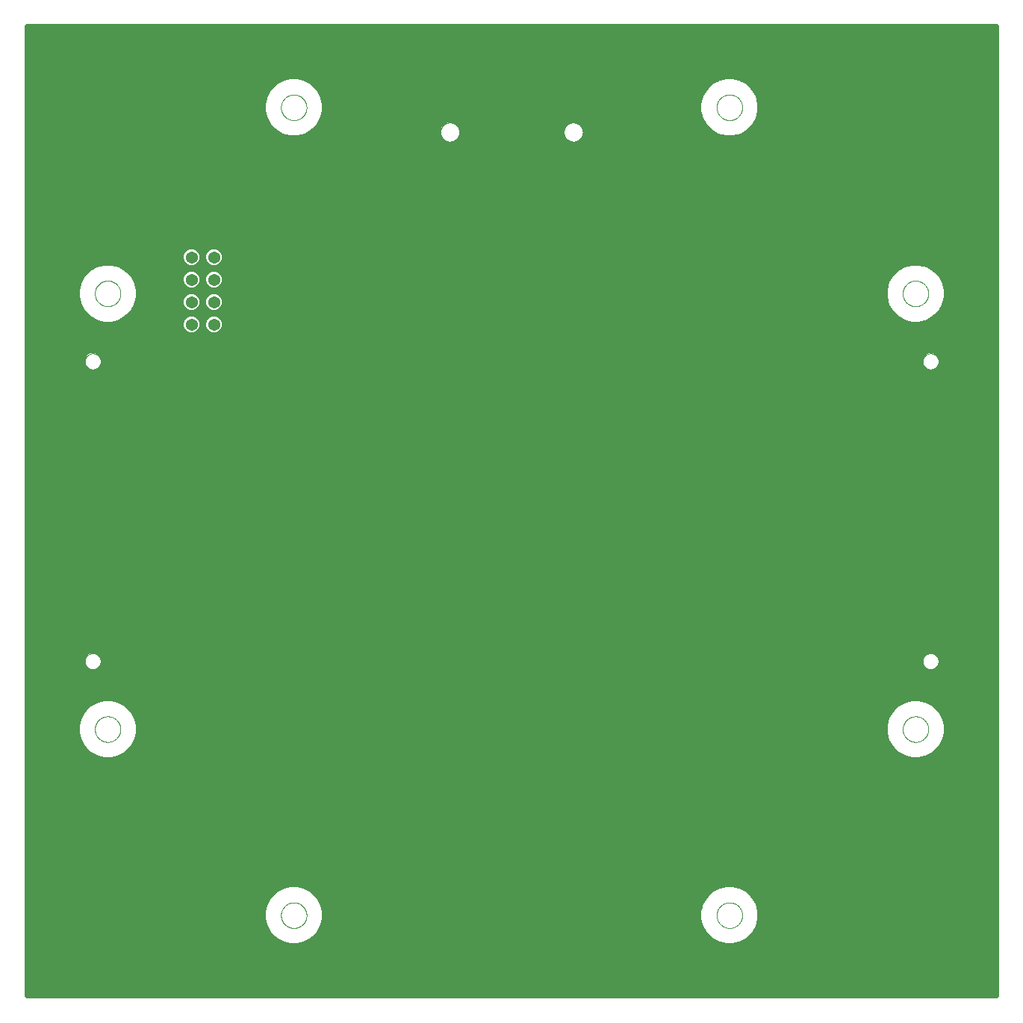
<source format=gbl>
G75*
%MOIN*%
%OFA0B0*%
%FSLAX25Y25*%
%IPPOS*%
%LPD*%
%AMOC8*
5,1,8,0,0,1.08239X$1,22.5*
%
%ADD10C,0.00000*%
%ADD11C,0.05400*%
%ADD12C,0.01969*%
D10*
X0070882Y0037378D02*
X0108087Y0037378D01*
X0108087Y0021669D01*
X0190961Y0021669D01*
X0190961Y0080724D01*
X0246079Y0080724D01*
X0246079Y0021669D01*
X0328953Y0021669D01*
X0328953Y0037220D01*
X0366157Y0037220D01*
X0366157Y0078756D01*
X0415370Y0078756D01*
X0415370Y0366157D01*
X0366157Y0366157D01*
X0366157Y0415370D01*
X0070882Y0415370D01*
X0070882Y0366157D01*
X0021669Y0366157D01*
X0021669Y0078756D01*
X0070882Y0078756D01*
X0070882Y0037378D01*
X0115567Y0038205D02*
X0115569Y0038356D01*
X0115575Y0038506D01*
X0115585Y0038657D01*
X0115599Y0038807D01*
X0115617Y0038956D01*
X0115638Y0039106D01*
X0115664Y0039254D01*
X0115694Y0039402D01*
X0115727Y0039549D01*
X0115765Y0039695D01*
X0115806Y0039840D01*
X0115851Y0039984D01*
X0115900Y0040126D01*
X0115953Y0040267D01*
X0116009Y0040407D01*
X0116069Y0040545D01*
X0116132Y0040682D01*
X0116200Y0040817D01*
X0116270Y0040950D01*
X0116344Y0041081D01*
X0116422Y0041210D01*
X0116503Y0041337D01*
X0116587Y0041462D01*
X0116675Y0041585D01*
X0116766Y0041705D01*
X0116860Y0041823D01*
X0116957Y0041938D01*
X0117057Y0042051D01*
X0117160Y0042161D01*
X0117266Y0042268D01*
X0117375Y0042373D01*
X0117486Y0042474D01*
X0117600Y0042573D01*
X0117716Y0042668D01*
X0117836Y0042761D01*
X0117957Y0042850D01*
X0118081Y0042936D01*
X0118207Y0043019D01*
X0118335Y0043098D01*
X0118465Y0043174D01*
X0118597Y0043247D01*
X0118731Y0043315D01*
X0118867Y0043381D01*
X0119005Y0043443D01*
X0119144Y0043501D01*
X0119284Y0043555D01*
X0119426Y0043606D01*
X0119569Y0043653D01*
X0119714Y0043696D01*
X0119859Y0043735D01*
X0120006Y0043771D01*
X0120153Y0043802D01*
X0120301Y0043830D01*
X0120450Y0043854D01*
X0120599Y0043874D01*
X0120749Y0043890D01*
X0120899Y0043902D01*
X0121050Y0043910D01*
X0121201Y0043914D01*
X0121351Y0043914D01*
X0121502Y0043910D01*
X0121653Y0043902D01*
X0121803Y0043890D01*
X0121953Y0043874D01*
X0122102Y0043854D01*
X0122251Y0043830D01*
X0122399Y0043802D01*
X0122546Y0043771D01*
X0122693Y0043735D01*
X0122838Y0043696D01*
X0122983Y0043653D01*
X0123126Y0043606D01*
X0123268Y0043555D01*
X0123408Y0043501D01*
X0123547Y0043443D01*
X0123685Y0043381D01*
X0123821Y0043315D01*
X0123955Y0043247D01*
X0124087Y0043174D01*
X0124217Y0043098D01*
X0124345Y0043019D01*
X0124471Y0042936D01*
X0124595Y0042850D01*
X0124716Y0042761D01*
X0124836Y0042668D01*
X0124952Y0042573D01*
X0125066Y0042474D01*
X0125177Y0042373D01*
X0125286Y0042268D01*
X0125392Y0042161D01*
X0125495Y0042051D01*
X0125595Y0041938D01*
X0125692Y0041823D01*
X0125786Y0041705D01*
X0125877Y0041585D01*
X0125965Y0041462D01*
X0126049Y0041337D01*
X0126130Y0041210D01*
X0126208Y0041081D01*
X0126282Y0040950D01*
X0126352Y0040817D01*
X0126420Y0040682D01*
X0126483Y0040545D01*
X0126543Y0040407D01*
X0126599Y0040267D01*
X0126652Y0040126D01*
X0126701Y0039984D01*
X0126746Y0039840D01*
X0126787Y0039695D01*
X0126825Y0039549D01*
X0126858Y0039402D01*
X0126888Y0039254D01*
X0126914Y0039106D01*
X0126935Y0038956D01*
X0126953Y0038807D01*
X0126967Y0038657D01*
X0126977Y0038506D01*
X0126983Y0038356D01*
X0126985Y0038205D01*
X0126983Y0038054D01*
X0126977Y0037904D01*
X0126967Y0037753D01*
X0126953Y0037603D01*
X0126935Y0037454D01*
X0126914Y0037304D01*
X0126888Y0037156D01*
X0126858Y0037008D01*
X0126825Y0036861D01*
X0126787Y0036715D01*
X0126746Y0036570D01*
X0126701Y0036426D01*
X0126652Y0036284D01*
X0126599Y0036143D01*
X0126543Y0036003D01*
X0126483Y0035865D01*
X0126420Y0035728D01*
X0126352Y0035593D01*
X0126282Y0035460D01*
X0126208Y0035329D01*
X0126130Y0035200D01*
X0126049Y0035073D01*
X0125965Y0034948D01*
X0125877Y0034825D01*
X0125786Y0034705D01*
X0125692Y0034587D01*
X0125595Y0034472D01*
X0125495Y0034359D01*
X0125392Y0034249D01*
X0125286Y0034142D01*
X0125177Y0034037D01*
X0125066Y0033936D01*
X0124952Y0033837D01*
X0124836Y0033742D01*
X0124716Y0033649D01*
X0124595Y0033560D01*
X0124471Y0033474D01*
X0124345Y0033391D01*
X0124217Y0033312D01*
X0124087Y0033236D01*
X0123955Y0033163D01*
X0123821Y0033095D01*
X0123685Y0033029D01*
X0123547Y0032967D01*
X0123408Y0032909D01*
X0123268Y0032855D01*
X0123126Y0032804D01*
X0122983Y0032757D01*
X0122838Y0032714D01*
X0122693Y0032675D01*
X0122546Y0032639D01*
X0122399Y0032608D01*
X0122251Y0032580D01*
X0122102Y0032556D01*
X0121953Y0032536D01*
X0121803Y0032520D01*
X0121653Y0032508D01*
X0121502Y0032500D01*
X0121351Y0032496D01*
X0121201Y0032496D01*
X0121050Y0032500D01*
X0120899Y0032508D01*
X0120749Y0032520D01*
X0120599Y0032536D01*
X0120450Y0032556D01*
X0120301Y0032580D01*
X0120153Y0032608D01*
X0120006Y0032639D01*
X0119859Y0032675D01*
X0119714Y0032714D01*
X0119569Y0032757D01*
X0119426Y0032804D01*
X0119284Y0032855D01*
X0119144Y0032909D01*
X0119005Y0032967D01*
X0118867Y0033029D01*
X0118731Y0033095D01*
X0118597Y0033163D01*
X0118465Y0033236D01*
X0118335Y0033312D01*
X0118207Y0033391D01*
X0118081Y0033474D01*
X0117957Y0033560D01*
X0117836Y0033649D01*
X0117716Y0033742D01*
X0117600Y0033837D01*
X0117486Y0033936D01*
X0117375Y0034037D01*
X0117266Y0034142D01*
X0117160Y0034249D01*
X0117057Y0034359D01*
X0116957Y0034472D01*
X0116860Y0034587D01*
X0116766Y0034705D01*
X0116675Y0034825D01*
X0116587Y0034948D01*
X0116503Y0035073D01*
X0116422Y0035200D01*
X0116344Y0035329D01*
X0116270Y0035460D01*
X0116200Y0035593D01*
X0116132Y0035728D01*
X0116069Y0035865D01*
X0116009Y0036003D01*
X0115953Y0036143D01*
X0115900Y0036284D01*
X0115851Y0036426D01*
X0115806Y0036570D01*
X0115765Y0036715D01*
X0115727Y0036861D01*
X0115694Y0037008D01*
X0115664Y0037156D01*
X0115638Y0037304D01*
X0115617Y0037454D01*
X0115599Y0037603D01*
X0115585Y0037753D01*
X0115575Y0037904D01*
X0115569Y0038054D01*
X0115567Y0038205D01*
X0032496Y0121276D02*
X0032498Y0121427D01*
X0032504Y0121577D01*
X0032514Y0121728D01*
X0032528Y0121878D01*
X0032546Y0122027D01*
X0032567Y0122177D01*
X0032593Y0122325D01*
X0032623Y0122473D01*
X0032656Y0122620D01*
X0032694Y0122766D01*
X0032735Y0122911D01*
X0032780Y0123055D01*
X0032829Y0123197D01*
X0032882Y0123338D01*
X0032938Y0123478D01*
X0032998Y0123616D01*
X0033061Y0123753D01*
X0033129Y0123888D01*
X0033199Y0124021D01*
X0033273Y0124152D01*
X0033351Y0124281D01*
X0033432Y0124408D01*
X0033516Y0124533D01*
X0033604Y0124656D01*
X0033695Y0124776D01*
X0033789Y0124894D01*
X0033886Y0125009D01*
X0033986Y0125122D01*
X0034089Y0125232D01*
X0034195Y0125339D01*
X0034304Y0125444D01*
X0034415Y0125545D01*
X0034529Y0125644D01*
X0034645Y0125739D01*
X0034765Y0125832D01*
X0034886Y0125921D01*
X0035010Y0126007D01*
X0035136Y0126090D01*
X0035264Y0126169D01*
X0035394Y0126245D01*
X0035526Y0126318D01*
X0035660Y0126386D01*
X0035796Y0126452D01*
X0035934Y0126514D01*
X0036073Y0126572D01*
X0036213Y0126626D01*
X0036355Y0126677D01*
X0036498Y0126724D01*
X0036643Y0126767D01*
X0036788Y0126806D01*
X0036935Y0126842D01*
X0037082Y0126873D01*
X0037230Y0126901D01*
X0037379Y0126925D01*
X0037528Y0126945D01*
X0037678Y0126961D01*
X0037828Y0126973D01*
X0037979Y0126981D01*
X0038130Y0126985D01*
X0038280Y0126985D01*
X0038431Y0126981D01*
X0038582Y0126973D01*
X0038732Y0126961D01*
X0038882Y0126945D01*
X0039031Y0126925D01*
X0039180Y0126901D01*
X0039328Y0126873D01*
X0039475Y0126842D01*
X0039622Y0126806D01*
X0039767Y0126767D01*
X0039912Y0126724D01*
X0040055Y0126677D01*
X0040197Y0126626D01*
X0040337Y0126572D01*
X0040476Y0126514D01*
X0040614Y0126452D01*
X0040750Y0126386D01*
X0040884Y0126318D01*
X0041016Y0126245D01*
X0041146Y0126169D01*
X0041274Y0126090D01*
X0041400Y0126007D01*
X0041524Y0125921D01*
X0041645Y0125832D01*
X0041765Y0125739D01*
X0041881Y0125644D01*
X0041995Y0125545D01*
X0042106Y0125444D01*
X0042215Y0125339D01*
X0042321Y0125232D01*
X0042424Y0125122D01*
X0042524Y0125009D01*
X0042621Y0124894D01*
X0042715Y0124776D01*
X0042806Y0124656D01*
X0042894Y0124533D01*
X0042978Y0124408D01*
X0043059Y0124281D01*
X0043137Y0124152D01*
X0043211Y0124021D01*
X0043281Y0123888D01*
X0043349Y0123753D01*
X0043412Y0123616D01*
X0043472Y0123478D01*
X0043528Y0123338D01*
X0043581Y0123197D01*
X0043630Y0123055D01*
X0043675Y0122911D01*
X0043716Y0122766D01*
X0043754Y0122620D01*
X0043787Y0122473D01*
X0043817Y0122325D01*
X0043843Y0122177D01*
X0043864Y0122027D01*
X0043882Y0121878D01*
X0043896Y0121728D01*
X0043906Y0121577D01*
X0043912Y0121427D01*
X0043914Y0121276D01*
X0043912Y0121125D01*
X0043906Y0120975D01*
X0043896Y0120824D01*
X0043882Y0120674D01*
X0043864Y0120525D01*
X0043843Y0120375D01*
X0043817Y0120227D01*
X0043787Y0120079D01*
X0043754Y0119932D01*
X0043716Y0119786D01*
X0043675Y0119641D01*
X0043630Y0119497D01*
X0043581Y0119355D01*
X0043528Y0119214D01*
X0043472Y0119074D01*
X0043412Y0118936D01*
X0043349Y0118799D01*
X0043281Y0118664D01*
X0043211Y0118531D01*
X0043137Y0118400D01*
X0043059Y0118271D01*
X0042978Y0118144D01*
X0042894Y0118019D01*
X0042806Y0117896D01*
X0042715Y0117776D01*
X0042621Y0117658D01*
X0042524Y0117543D01*
X0042424Y0117430D01*
X0042321Y0117320D01*
X0042215Y0117213D01*
X0042106Y0117108D01*
X0041995Y0117007D01*
X0041881Y0116908D01*
X0041765Y0116813D01*
X0041645Y0116720D01*
X0041524Y0116631D01*
X0041400Y0116545D01*
X0041274Y0116462D01*
X0041146Y0116383D01*
X0041016Y0116307D01*
X0040884Y0116234D01*
X0040750Y0116166D01*
X0040614Y0116100D01*
X0040476Y0116038D01*
X0040337Y0115980D01*
X0040197Y0115926D01*
X0040055Y0115875D01*
X0039912Y0115828D01*
X0039767Y0115785D01*
X0039622Y0115746D01*
X0039475Y0115710D01*
X0039328Y0115679D01*
X0039180Y0115651D01*
X0039031Y0115627D01*
X0038882Y0115607D01*
X0038732Y0115591D01*
X0038582Y0115579D01*
X0038431Y0115571D01*
X0038280Y0115567D01*
X0038130Y0115567D01*
X0037979Y0115571D01*
X0037828Y0115579D01*
X0037678Y0115591D01*
X0037528Y0115607D01*
X0037379Y0115627D01*
X0037230Y0115651D01*
X0037082Y0115679D01*
X0036935Y0115710D01*
X0036788Y0115746D01*
X0036643Y0115785D01*
X0036498Y0115828D01*
X0036355Y0115875D01*
X0036213Y0115926D01*
X0036073Y0115980D01*
X0035934Y0116038D01*
X0035796Y0116100D01*
X0035660Y0116166D01*
X0035526Y0116234D01*
X0035394Y0116307D01*
X0035264Y0116383D01*
X0035136Y0116462D01*
X0035010Y0116545D01*
X0034886Y0116631D01*
X0034765Y0116720D01*
X0034645Y0116813D01*
X0034529Y0116908D01*
X0034415Y0117007D01*
X0034304Y0117108D01*
X0034195Y0117213D01*
X0034089Y0117320D01*
X0033986Y0117430D01*
X0033886Y0117543D01*
X0033789Y0117658D01*
X0033695Y0117776D01*
X0033604Y0117896D01*
X0033516Y0118019D01*
X0033432Y0118144D01*
X0033351Y0118271D01*
X0033273Y0118400D01*
X0033199Y0118531D01*
X0033129Y0118664D01*
X0033061Y0118799D01*
X0032998Y0118936D01*
X0032938Y0119074D01*
X0032882Y0119214D01*
X0032829Y0119355D01*
X0032780Y0119497D01*
X0032735Y0119641D01*
X0032694Y0119786D01*
X0032656Y0119932D01*
X0032623Y0120079D01*
X0032593Y0120227D01*
X0032567Y0120375D01*
X0032546Y0120525D01*
X0032528Y0120674D01*
X0032514Y0120824D01*
X0032504Y0120975D01*
X0032498Y0121125D01*
X0032496Y0121276D01*
X0027960Y0151591D02*
X0027962Y0151710D01*
X0027968Y0151828D01*
X0027978Y0151947D01*
X0027992Y0152064D01*
X0028009Y0152182D01*
X0028031Y0152299D01*
X0028057Y0152414D01*
X0028086Y0152529D01*
X0028119Y0152643D01*
X0028157Y0152756D01*
X0028197Y0152868D01*
X0028242Y0152978D01*
X0028290Y0153086D01*
X0028342Y0153193D01*
X0028397Y0153298D01*
X0028456Y0153401D01*
X0028518Y0153502D01*
X0028584Y0153601D01*
X0028652Y0153698D01*
X0028724Y0153792D01*
X0028800Y0153884D01*
X0028878Y0153974D01*
X0028959Y0154060D01*
X0029043Y0154144D01*
X0029129Y0154225D01*
X0029219Y0154303D01*
X0029311Y0154379D01*
X0029405Y0154451D01*
X0029502Y0154519D01*
X0029601Y0154585D01*
X0029702Y0154647D01*
X0029805Y0154706D01*
X0029910Y0154761D01*
X0030017Y0154813D01*
X0030125Y0154861D01*
X0030235Y0154906D01*
X0030347Y0154946D01*
X0030460Y0154984D01*
X0030574Y0155017D01*
X0030689Y0155046D01*
X0030804Y0155072D01*
X0030921Y0155094D01*
X0031039Y0155111D01*
X0031156Y0155125D01*
X0031275Y0155135D01*
X0031393Y0155141D01*
X0031512Y0155143D01*
X0031631Y0155141D01*
X0031749Y0155135D01*
X0031868Y0155125D01*
X0031985Y0155111D01*
X0032103Y0155094D01*
X0032220Y0155072D01*
X0032335Y0155046D01*
X0032450Y0155017D01*
X0032564Y0154984D01*
X0032677Y0154946D01*
X0032789Y0154906D01*
X0032899Y0154861D01*
X0033007Y0154813D01*
X0033114Y0154761D01*
X0033219Y0154706D01*
X0033322Y0154647D01*
X0033423Y0154585D01*
X0033522Y0154519D01*
X0033619Y0154451D01*
X0033713Y0154379D01*
X0033805Y0154303D01*
X0033895Y0154225D01*
X0033981Y0154144D01*
X0034065Y0154060D01*
X0034146Y0153974D01*
X0034224Y0153884D01*
X0034300Y0153792D01*
X0034372Y0153698D01*
X0034440Y0153601D01*
X0034506Y0153502D01*
X0034568Y0153401D01*
X0034627Y0153298D01*
X0034682Y0153193D01*
X0034734Y0153086D01*
X0034782Y0152978D01*
X0034827Y0152868D01*
X0034867Y0152756D01*
X0034905Y0152643D01*
X0034938Y0152529D01*
X0034967Y0152414D01*
X0034993Y0152299D01*
X0035015Y0152182D01*
X0035032Y0152064D01*
X0035046Y0151947D01*
X0035056Y0151828D01*
X0035062Y0151710D01*
X0035064Y0151591D01*
X0035062Y0151472D01*
X0035056Y0151354D01*
X0035046Y0151235D01*
X0035032Y0151118D01*
X0035015Y0151000D01*
X0034993Y0150883D01*
X0034967Y0150768D01*
X0034938Y0150653D01*
X0034905Y0150539D01*
X0034867Y0150426D01*
X0034827Y0150314D01*
X0034782Y0150204D01*
X0034734Y0150096D01*
X0034682Y0149989D01*
X0034627Y0149884D01*
X0034568Y0149781D01*
X0034506Y0149680D01*
X0034440Y0149581D01*
X0034372Y0149484D01*
X0034300Y0149390D01*
X0034224Y0149298D01*
X0034146Y0149208D01*
X0034065Y0149122D01*
X0033981Y0149038D01*
X0033895Y0148957D01*
X0033805Y0148879D01*
X0033713Y0148803D01*
X0033619Y0148731D01*
X0033522Y0148663D01*
X0033423Y0148597D01*
X0033322Y0148535D01*
X0033219Y0148476D01*
X0033114Y0148421D01*
X0033007Y0148369D01*
X0032899Y0148321D01*
X0032789Y0148276D01*
X0032677Y0148236D01*
X0032564Y0148198D01*
X0032450Y0148165D01*
X0032335Y0148136D01*
X0032220Y0148110D01*
X0032103Y0148088D01*
X0031985Y0148071D01*
X0031868Y0148057D01*
X0031749Y0148047D01*
X0031631Y0148041D01*
X0031512Y0148039D01*
X0031393Y0148041D01*
X0031275Y0148047D01*
X0031156Y0148057D01*
X0031039Y0148071D01*
X0030921Y0148088D01*
X0030804Y0148110D01*
X0030689Y0148136D01*
X0030574Y0148165D01*
X0030460Y0148198D01*
X0030347Y0148236D01*
X0030235Y0148276D01*
X0030125Y0148321D01*
X0030017Y0148369D01*
X0029910Y0148421D01*
X0029805Y0148476D01*
X0029702Y0148535D01*
X0029601Y0148597D01*
X0029502Y0148663D01*
X0029405Y0148731D01*
X0029311Y0148803D01*
X0029219Y0148879D01*
X0029129Y0148957D01*
X0029043Y0149038D01*
X0028959Y0149122D01*
X0028878Y0149208D01*
X0028800Y0149298D01*
X0028724Y0149390D01*
X0028652Y0149484D01*
X0028584Y0149581D01*
X0028518Y0149680D01*
X0028456Y0149781D01*
X0028397Y0149884D01*
X0028342Y0149989D01*
X0028290Y0150096D01*
X0028242Y0150204D01*
X0028197Y0150314D01*
X0028157Y0150426D01*
X0028119Y0150539D01*
X0028086Y0150653D01*
X0028057Y0150768D01*
X0028031Y0150883D01*
X0028009Y0151000D01*
X0027992Y0151118D01*
X0027978Y0151235D01*
X0027968Y0151354D01*
X0027962Y0151472D01*
X0027960Y0151591D01*
X0027960Y0285449D02*
X0027962Y0285568D01*
X0027968Y0285686D01*
X0027978Y0285805D01*
X0027992Y0285922D01*
X0028009Y0286040D01*
X0028031Y0286157D01*
X0028057Y0286272D01*
X0028086Y0286387D01*
X0028119Y0286501D01*
X0028157Y0286614D01*
X0028197Y0286726D01*
X0028242Y0286836D01*
X0028290Y0286944D01*
X0028342Y0287051D01*
X0028397Y0287156D01*
X0028456Y0287259D01*
X0028518Y0287360D01*
X0028584Y0287459D01*
X0028652Y0287556D01*
X0028724Y0287650D01*
X0028800Y0287742D01*
X0028878Y0287832D01*
X0028959Y0287918D01*
X0029043Y0288002D01*
X0029129Y0288083D01*
X0029219Y0288161D01*
X0029311Y0288237D01*
X0029405Y0288309D01*
X0029502Y0288377D01*
X0029601Y0288443D01*
X0029702Y0288505D01*
X0029805Y0288564D01*
X0029910Y0288619D01*
X0030017Y0288671D01*
X0030125Y0288719D01*
X0030235Y0288764D01*
X0030347Y0288804D01*
X0030460Y0288842D01*
X0030574Y0288875D01*
X0030689Y0288904D01*
X0030804Y0288930D01*
X0030921Y0288952D01*
X0031039Y0288969D01*
X0031156Y0288983D01*
X0031275Y0288993D01*
X0031393Y0288999D01*
X0031512Y0289001D01*
X0031631Y0288999D01*
X0031749Y0288993D01*
X0031868Y0288983D01*
X0031985Y0288969D01*
X0032103Y0288952D01*
X0032220Y0288930D01*
X0032335Y0288904D01*
X0032450Y0288875D01*
X0032564Y0288842D01*
X0032677Y0288804D01*
X0032789Y0288764D01*
X0032899Y0288719D01*
X0033007Y0288671D01*
X0033114Y0288619D01*
X0033219Y0288564D01*
X0033322Y0288505D01*
X0033423Y0288443D01*
X0033522Y0288377D01*
X0033619Y0288309D01*
X0033713Y0288237D01*
X0033805Y0288161D01*
X0033895Y0288083D01*
X0033981Y0288002D01*
X0034065Y0287918D01*
X0034146Y0287832D01*
X0034224Y0287742D01*
X0034300Y0287650D01*
X0034372Y0287556D01*
X0034440Y0287459D01*
X0034506Y0287360D01*
X0034568Y0287259D01*
X0034627Y0287156D01*
X0034682Y0287051D01*
X0034734Y0286944D01*
X0034782Y0286836D01*
X0034827Y0286726D01*
X0034867Y0286614D01*
X0034905Y0286501D01*
X0034938Y0286387D01*
X0034967Y0286272D01*
X0034993Y0286157D01*
X0035015Y0286040D01*
X0035032Y0285922D01*
X0035046Y0285805D01*
X0035056Y0285686D01*
X0035062Y0285568D01*
X0035064Y0285449D01*
X0035062Y0285330D01*
X0035056Y0285212D01*
X0035046Y0285093D01*
X0035032Y0284976D01*
X0035015Y0284858D01*
X0034993Y0284741D01*
X0034967Y0284626D01*
X0034938Y0284511D01*
X0034905Y0284397D01*
X0034867Y0284284D01*
X0034827Y0284172D01*
X0034782Y0284062D01*
X0034734Y0283954D01*
X0034682Y0283847D01*
X0034627Y0283742D01*
X0034568Y0283639D01*
X0034506Y0283538D01*
X0034440Y0283439D01*
X0034372Y0283342D01*
X0034300Y0283248D01*
X0034224Y0283156D01*
X0034146Y0283066D01*
X0034065Y0282980D01*
X0033981Y0282896D01*
X0033895Y0282815D01*
X0033805Y0282737D01*
X0033713Y0282661D01*
X0033619Y0282589D01*
X0033522Y0282521D01*
X0033423Y0282455D01*
X0033322Y0282393D01*
X0033219Y0282334D01*
X0033114Y0282279D01*
X0033007Y0282227D01*
X0032899Y0282179D01*
X0032789Y0282134D01*
X0032677Y0282094D01*
X0032564Y0282056D01*
X0032450Y0282023D01*
X0032335Y0281994D01*
X0032220Y0281968D01*
X0032103Y0281946D01*
X0031985Y0281929D01*
X0031868Y0281915D01*
X0031749Y0281905D01*
X0031631Y0281899D01*
X0031512Y0281897D01*
X0031393Y0281899D01*
X0031275Y0281905D01*
X0031156Y0281915D01*
X0031039Y0281929D01*
X0030921Y0281946D01*
X0030804Y0281968D01*
X0030689Y0281994D01*
X0030574Y0282023D01*
X0030460Y0282056D01*
X0030347Y0282094D01*
X0030235Y0282134D01*
X0030125Y0282179D01*
X0030017Y0282227D01*
X0029910Y0282279D01*
X0029805Y0282334D01*
X0029702Y0282393D01*
X0029601Y0282455D01*
X0029502Y0282521D01*
X0029405Y0282589D01*
X0029311Y0282661D01*
X0029219Y0282737D01*
X0029129Y0282815D01*
X0029043Y0282896D01*
X0028959Y0282980D01*
X0028878Y0283066D01*
X0028800Y0283156D01*
X0028724Y0283248D01*
X0028652Y0283342D01*
X0028584Y0283439D01*
X0028518Y0283538D01*
X0028456Y0283639D01*
X0028397Y0283742D01*
X0028342Y0283847D01*
X0028290Y0283954D01*
X0028242Y0284062D01*
X0028197Y0284172D01*
X0028157Y0284284D01*
X0028119Y0284397D01*
X0028086Y0284511D01*
X0028057Y0284626D01*
X0028031Y0284741D01*
X0028009Y0284858D01*
X0027992Y0284976D01*
X0027978Y0285093D01*
X0027968Y0285212D01*
X0027962Y0285330D01*
X0027960Y0285449D01*
X0032496Y0315764D02*
X0032498Y0315915D01*
X0032504Y0316065D01*
X0032514Y0316216D01*
X0032528Y0316366D01*
X0032546Y0316515D01*
X0032567Y0316665D01*
X0032593Y0316813D01*
X0032623Y0316961D01*
X0032656Y0317108D01*
X0032694Y0317254D01*
X0032735Y0317399D01*
X0032780Y0317543D01*
X0032829Y0317685D01*
X0032882Y0317826D01*
X0032938Y0317966D01*
X0032998Y0318104D01*
X0033061Y0318241D01*
X0033129Y0318376D01*
X0033199Y0318509D01*
X0033273Y0318640D01*
X0033351Y0318769D01*
X0033432Y0318896D01*
X0033516Y0319021D01*
X0033604Y0319144D01*
X0033695Y0319264D01*
X0033789Y0319382D01*
X0033886Y0319497D01*
X0033986Y0319610D01*
X0034089Y0319720D01*
X0034195Y0319827D01*
X0034304Y0319932D01*
X0034415Y0320033D01*
X0034529Y0320132D01*
X0034645Y0320227D01*
X0034765Y0320320D01*
X0034886Y0320409D01*
X0035010Y0320495D01*
X0035136Y0320578D01*
X0035264Y0320657D01*
X0035394Y0320733D01*
X0035526Y0320806D01*
X0035660Y0320874D01*
X0035796Y0320940D01*
X0035934Y0321002D01*
X0036073Y0321060D01*
X0036213Y0321114D01*
X0036355Y0321165D01*
X0036498Y0321212D01*
X0036643Y0321255D01*
X0036788Y0321294D01*
X0036935Y0321330D01*
X0037082Y0321361D01*
X0037230Y0321389D01*
X0037379Y0321413D01*
X0037528Y0321433D01*
X0037678Y0321449D01*
X0037828Y0321461D01*
X0037979Y0321469D01*
X0038130Y0321473D01*
X0038280Y0321473D01*
X0038431Y0321469D01*
X0038582Y0321461D01*
X0038732Y0321449D01*
X0038882Y0321433D01*
X0039031Y0321413D01*
X0039180Y0321389D01*
X0039328Y0321361D01*
X0039475Y0321330D01*
X0039622Y0321294D01*
X0039767Y0321255D01*
X0039912Y0321212D01*
X0040055Y0321165D01*
X0040197Y0321114D01*
X0040337Y0321060D01*
X0040476Y0321002D01*
X0040614Y0320940D01*
X0040750Y0320874D01*
X0040884Y0320806D01*
X0041016Y0320733D01*
X0041146Y0320657D01*
X0041274Y0320578D01*
X0041400Y0320495D01*
X0041524Y0320409D01*
X0041645Y0320320D01*
X0041765Y0320227D01*
X0041881Y0320132D01*
X0041995Y0320033D01*
X0042106Y0319932D01*
X0042215Y0319827D01*
X0042321Y0319720D01*
X0042424Y0319610D01*
X0042524Y0319497D01*
X0042621Y0319382D01*
X0042715Y0319264D01*
X0042806Y0319144D01*
X0042894Y0319021D01*
X0042978Y0318896D01*
X0043059Y0318769D01*
X0043137Y0318640D01*
X0043211Y0318509D01*
X0043281Y0318376D01*
X0043349Y0318241D01*
X0043412Y0318104D01*
X0043472Y0317966D01*
X0043528Y0317826D01*
X0043581Y0317685D01*
X0043630Y0317543D01*
X0043675Y0317399D01*
X0043716Y0317254D01*
X0043754Y0317108D01*
X0043787Y0316961D01*
X0043817Y0316813D01*
X0043843Y0316665D01*
X0043864Y0316515D01*
X0043882Y0316366D01*
X0043896Y0316216D01*
X0043906Y0316065D01*
X0043912Y0315915D01*
X0043914Y0315764D01*
X0043912Y0315613D01*
X0043906Y0315463D01*
X0043896Y0315312D01*
X0043882Y0315162D01*
X0043864Y0315013D01*
X0043843Y0314863D01*
X0043817Y0314715D01*
X0043787Y0314567D01*
X0043754Y0314420D01*
X0043716Y0314274D01*
X0043675Y0314129D01*
X0043630Y0313985D01*
X0043581Y0313843D01*
X0043528Y0313702D01*
X0043472Y0313562D01*
X0043412Y0313424D01*
X0043349Y0313287D01*
X0043281Y0313152D01*
X0043211Y0313019D01*
X0043137Y0312888D01*
X0043059Y0312759D01*
X0042978Y0312632D01*
X0042894Y0312507D01*
X0042806Y0312384D01*
X0042715Y0312264D01*
X0042621Y0312146D01*
X0042524Y0312031D01*
X0042424Y0311918D01*
X0042321Y0311808D01*
X0042215Y0311701D01*
X0042106Y0311596D01*
X0041995Y0311495D01*
X0041881Y0311396D01*
X0041765Y0311301D01*
X0041645Y0311208D01*
X0041524Y0311119D01*
X0041400Y0311033D01*
X0041274Y0310950D01*
X0041146Y0310871D01*
X0041016Y0310795D01*
X0040884Y0310722D01*
X0040750Y0310654D01*
X0040614Y0310588D01*
X0040476Y0310526D01*
X0040337Y0310468D01*
X0040197Y0310414D01*
X0040055Y0310363D01*
X0039912Y0310316D01*
X0039767Y0310273D01*
X0039622Y0310234D01*
X0039475Y0310198D01*
X0039328Y0310167D01*
X0039180Y0310139D01*
X0039031Y0310115D01*
X0038882Y0310095D01*
X0038732Y0310079D01*
X0038582Y0310067D01*
X0038431Y0310059D01*
X0038280Y0310055D01*
X0038130Y0310055D01*
X0037979Y0310059D01*
X0037828Y0310067D01*
X0037678Y0310079D01*
X0037528Y0310095D01*
X0037379Y0310115D01*
X0037230Y0310139D01*
X0037082Y0310167D01*
X0036935Y0310198D01*
X0036788Y0310234D01*
X0036643Y0310273D01*
X0036498Y0310316D01*
X0036355Y0310363D01*
X0036213Y0310414D01*
X0036073Y0310468D01*
X0035934Y0310526D01*
X0035796Y0310588D01*
X0035660Y0310654D01*
X0035526Y0310722D01*
X0035394Y0310795D01*
X0035264Y0310871D01*
X0035136Y0310950D01*
X0035010Y0311033D01*
X0034886Y0311119D01*
X0034765Y0311208D01*
X0034645Y0311301D01*
X0034529Y0311396D01*
X0034415Y0311495D01*
X0034304Y0311596D01*
X0034195Y0311701D01*
X0034089Y0311808D01*
X0033986Y0311918D01*
X0033886Y0312031D01*
X0033789Y0312146D01*
X0033695Y0312264D01*
X0033604Y0312384D01*
X0033516Y0312507D01*
X0033432Y0312632D01*
X0033351Y0312759D01*
X0033273Y0312888D01*
X0033199Y0313019D01*
X0033129Y0313152D01*
X0033061Y0313287D01*
X0032998Y0313424D01*
X0032938Y0313562D01*
X0032882Y0313702D01*
X0032829Y0313843D01*
X0032780Y0313985D01*
X0032735Y0314129D01*
X0032694Y0314274D01*
X0032656Y0314420D01*
X0032623Y0314567D01*
X0032593Y0314715D01*
X0032567Y0314863D01*
X0032546Y0315013D01*
X0032528Y0315162D01*
X0032514Y0315312D01*
X0032504Y0315463D01*
X0032498Y0315613D01*
X0032496Y0315764D01*
X0115567Y0398835D02*
X0115569Y0398986D01*
X0115575Y0399136D01*
X0115585Y0399287D01*
X0115599Y0399437D01*
X0115617Y0399586D01*
X0115638Y0399736D01*
X0115664Y0399884D01*
X0115694Y0400032D01*
X0115727Y0400179D01*
X0115765Y0400325D01*
X0115806Y0400470D01*
X0115851Y0400614D01*
X0115900Y0400756D01*
X0115953Y0400897D01*
X0116009Y0401037D01*
X0116069Y0401175D01*
X0116132Y0401312D01*
X0116200Y0401447D01*
X0116270Y0401580D01*
X0116344Y0401711D01*
X0116422Y0401840D01*
X0116503Y0401967D01*
X0116587Y0402092D01*
X0116675Y0402215D01*
X0116766Y0402335D01*
X0116860Y0402453D01*
X0116957Y0402568D01*
X0117057Y0402681D01*
X0117160Y0402791D01*
X0117266Y0402898D01*
X0117375Y0403003D01*
X0117486Y0403104D01*
X0117600Y0403203D01*
X0117716Y0403298D01*
X0117836Y0403391D01*
X0117957Y0403480D01*
X0118081Y0403566D01*
X0118207Y0403649D01*
X0118335Y0403728D01*
X0118465Y0403804D01*
X0118597Y0403877D01*
X0118731Y0403945D01*
X0118867Y0404011D01*
X0119005Y0404073D01*
X0119144Y0404131D01*
X0119284Y0404185D01*
X0119426Y0404236D01*
X0119569Y0404283D01*
X0119714Y0404326D01*
X0119859Y0404365D01*
X0120006Y0404401D01*
X0120153Y0404432D01*
X0120301Y0404460D01*
X0120450Y0404484D01*
X0120599Y0404504D01*
X0120749Y0404520D01*
X0120899Y0404532D01*
X0121050Y0404540D01*
X0121201Y0404544D01*
X0121351Y0404544D01*
X0121502Y0404540D01*
X0121653Y0404532D01*
X0121803Y0404520D01*
X0121953Y0404504D01*
X0122102Y0404484D01*
X0122251Y0404460D01*
X0122399Y0404432D01*
X0122546Y0404401D01*
X0122693Y0404365D01*
X0122838Y0404326D01*
X0122983Y0404283D01*
X0123126Y0404236D01*
X0123268Y0404185D01*
X0123408Y0404131D01*
X0123547Y0404073D01*
X0123685Y0404011D01*
X0123821Y0403945D01*
X0123955Y0403877D01*
X0124087Y0403804D01*
X0124217Y0403728D01*
X0124345Y0403649D01*
X0124471Y0403566D01*
X0124595Y0403480D01*
X0124716Y0403391D01*
X0124836Y0403298D01*
X0124952Y0403203D01*
X0125066Y0403104D01*
X0125177Y0403003D01*
X0125286Y0402898D01*
X0125392Y0402791D01*
X0125495Y0402681D01*
X0125595Y0402568D01*
X0125692Y0402453D01*
X0125786Y0402335D01*
X0125877Y0402215D01*
X0125965Y0402092D01*
X0126049Y0401967D01*
X0126130Y0401840D01*
X0126208Y0401711D01*
X0126282Y0401580D01*
X0126352Y0401447D01*
X0126420Y0401312D01*
X0126483Y0401175D01*
X0126543Y0401037D01*
X0126599Y0400897D01*
X0126652Y0400756D01*
X0126701Y0400614D01*
X0126746Y0400470D01*
X0126787Y0400325D01*
X0126825Y0400179D01*
X0126858Y0400032D01*
X0126888Y0399884D01*
X0126914Y0399736D01*
X0126935Y0399586D01*
X0126953Y0399437D01*
X0126967Y0399287D01*
X0126977Y0399136D01*
X0126983Y0398986D01*
X0126985Y0398835D01*
X0126983Y0398684D01*
X0126977Y0398534D01*
X0126967Y0398383D01*
X0126953Y0398233D01*
X0126935Y0398084D01*
X0126914Y0397934D01*
X0126888Y0397786D01*
X0126858Y0397638D01*
X0126825Y0397491D01*
X0126787Y0397345D01*
X0126746Y0397200D01*
X0126701Y0397056D01*
X0126652Y0396914D01*
X0126599Y0396773D01*
X0126543Y0396633D01*
X0126483Y0396495D01*
X0126420Y0396358D01*
X0126352Y0396223D01*
X0126282Y0396090D01*
X0126208Y0395959D01*
X0126130Y0395830D01*
X0126049Y0395703D01*
X0125965Y0395578D01*
X0125877Y0395455D01*
X0125786Y0395335D01*
X0125692Y0395217D01*
X0125595Y0395102D01*
X0125495Y0394989D01*
X0125392Y0394879D01*
X0125286Y0394772D01*
X0125177Y0394667D01*
X0125066Y0394566D01*
X0124952Y0394467D01*
X0124836Y0394372D01*
X0124716Y0394279D01*
X0124595Y0394190D01*
X0124471Y0394104D01*
X0124345Y0394021D01*
X0124217Y0393942D01*
X0124087Y0393866D01*
X0123955Y0393793D01*
X0123821Y0393725D01*
X0123685Y0393659D01*
X0123547Y0393597D01*
X0123408Y0393539D01*
X0123268Y0393485D01*
X0123126Y0393434D01*
X0122983Y0393387D01*
X0122838Y0393344D01*
X0122693Y0393305D01*
X0122546Y0393269D01*
X0122399Y0393238D01*
X0122251Y0393210D01*
X0122102Y0393186D01*
X0121953Y0393166D01*
X0121803Y0393150D01*
X0121653Y0393138D01*
X0121502Y0393130D01*
X0121351Y0393126D01*
X0121201Y0393126D01*
X0121050Y0393130D01*
X0120899Y0393138D01*
X0120749Y0393150D01*
X0120599Y0393166D01*
X0120450Y0393186D01*
X0120301Y0393210D01*
X0120153Y0393238D01*
X0120006Y0393269D01*
X0119859Y0393305D01*
X0119714Y0393344D01*
X0119569Y0393387D01*
X0119426Y0393434D01*
X0119284Y0393485D01*
X0119144Y0393539D01*
X0119005Y0393597D01*
X0118867Y0393659D01*
X0118731Y0393725D01*
X0118597Y0393793D01*
X0118465Y0393866D01*
X0118335Y0393942D01*
X0118207Y0394021D01*
X0118081Y0394104D01*
X0117957Y0394190D01*
X0117836Y0394279D01*
X0117716Y0394372D01*
X0117600Y0394467D01*
X0117486Y0394566D01*
X0117375Y0394667D01*
X0117266Y0394772D01*
X0117160Y0394879D01*
X0117057Y0394989D01*
X0116957Y0395102D01*
X0116860Y0395217D01*
X0116766Y0395335D01*
X0116675Y0395455D01*
X0116587Y0395578D01*
X0116503Y0395703D01*
X0116422Y0395830D01*
X0116344Y0395959D01*
X0116270Y0396090D01*
X0116200Y0396223D01*
X0116132Y0396358D01*
X0116069Y0396495D01*
X0116009Y0396633D01*
X0115953Y0396773D01*
X0115900Y0396914D01*
X0115851Y0397056D01*
X0115806Y0397200D01*
X0115765Y0397345D01*
X0115727Y0397491D01*
X0115694Y0397638D01*
X0115664Y0397786D01*
X0115638Y0397934D01*
X0115617Y0398084D01*
X0115599Y0398233D01*
X0115585Y0398383D01*
X0115575Y0398534D01*
X0115569Y0398684D01*
X0115567Y0398835D01*
X0186729Y0387811D02*
X0186731Y0387941D01*
X0186737Y0388070D01*
X0186747Y0388200D01*
X0186761Y0388329D01*
X0186779Y0388457D01*
X0186800Y0388585D01*
X0186826Y0388712D01*
X0186856Y0388838D01*
X0186889Y0388964D01*
X0186926Y0389088D01*
X0186967Y0389211D01*
X0187012Y0389333D01*
X0187061Y0389453D01*
X0187113Y0389572D01*
X0187168Y0389689D01*
X0187228Y0389804D01*
X0187291Y0389918D01*
X0187357Y0390029D01*
X0187427Y0390139D01*
X0187500Y0390246D01*
X0187576Y0390351D01*
X0187655Y0390453D01*
X0187738Y0390553D01*
X0187823Y0390651D01*
X0187912Y0390746D01*
X0188003Y0390838D01*
X0188097Y0390927D01*
X0188194Y0391013D01*
X0188294Y0391096D01*
X0188395Y0391177D01*
X0188500Y0391254D01*
X0188606Y0391328D01*
X0188715Y0391398D01*
X0188826Y0391465D01*
X0188939Y0391529D01*
X0189054Y0391589D01*
X0189171Y0391646D01*
X0189289Y0391699D01*
X0189409Y0391748D01*
X0189531Y0391794D01*
X0189653Y0391836D01*
X0189777Y0391874D01*
X0189902Y0391908D01*
X0190028Y0391939D01*
X0190155Y0391966D01*
X0190283Y0391988D01*
X0190411Y0392007D01*
X0190540Y0392022D01*
X0190669Y0392033D01*
X0190799Y0392040D01*
X0190929Y0392043D01*
X0191058Y0392042D01*
X0191188Y0392037D01*
X0191317Y0392028D01*
X0191446Y0392015D01*
X0191575Y0391998D01*
X0191703Y0391977D01*
X0191830Y0391953D01*
X0191957Y0391924D01*
X0192082Y0391892D01*
X0192207Y0391855D01*
X0192330Y0391815D01*
X0192452Y0391772D01*
X0192573Y0391724D01*
X0192692Y0391673D01*
X0192810Y0391618D01*
X0192925Y0391559D01*
X0193039Y0391497D01*
X0193151Y0391432D01*
X0193261Y0391363D01*
X0193369Y0391291D01*
X0193475Y0391216D01*
X0193578Y0391137D01*
X0193679Y0391055D01*
X0193777Y0390970D01*
X0193872Y0390883D01*
X0193965Y0390792D01*
X0194055Y0390699D01*
X0194142Y0390602D01*
X0194226Y0390504D01*
X0194307Y0390402D01*
X0194385Y0390299D01*
X0194459Y0390192D01*
X0194531Y0390084D01*
X0194599Y0389974D01*
X0194663Y0389861D01*
X0194724Y0389747D01*
X0194782Y0389630D01*
X0194836Y0389513D01*
X0194886Y0389393D01*
X0194933Y0389272D01*
X0194976Y0389150D01*
X0195015Y0389026D01*
X0195050Y0388901D01*
X0195082Y0388775D01*
X0195109Y0388649D01*
X0195133Y0388521D01*
X0195153Y0388393D01*
X0195169Y0388264D01*
X0195181Y0388135D01*
X0195189Y0388005D01*
X0195193Y0387876D01*
X0195193Y0387746D01*
X0195189Y0387617D01*
X0195181Y0387487D01*
X0195169Y0387358D01*
X0195153Y0387229D01*
X0195133Y0387101D01*
X0195109Y0386973D01*
X0195082Y0386847D01*
X0195050Y0386721D01*
X0195015Y0386596D01*
X0194976Y0386472D01*
X0194933Y0386350D01*
X0194886Y0386229D01*
X0194836Y0386109D01*
X0194782Y0385992D01*
X0194724Y0385875D01*
X0194663Y0385761D01*
X0194599Y0385648D01*
X0194531Y0385538D01*
X0194459Y0385430D01*
X0194385Y0385323D01*
X0194307Y0385220D01*
X0194226Y0385118D01*
X0194142Y0385020D01*
X0194055Y0384923D01*
X0193965Y0384830D01*
X0193872Y0384739D01*
X0193777Y0384652D01*
X0193679Y0384567D01*
X0193578Y0384485D01*
X0193475Y0384406D01*
X0193369Y0384331D01*
X0193261Y0384259D01*
X0193151Y0384190D01*
X0193039Y0384125D01*
X0192925Y0384063D01*
X0192810Y0384004D01*
X0192692Y0383949D01*
X0192573Y0383898D01*
X0192452Y0383850D01*
X0192330Y0383807D01*
X0192207Y0383767D01*
X0192082Y0383730D01*
X0191957Y0383698D01*
X0191830Y0383669D01*
X0191703Y0383645D01*
X0191575Y0383624D01*
X0191446Y0383607D01*
X0191317Y0383594D01*
X0191188Y0383585D01*
X0191058Y0383580D01*
X0190929Y0383579D01*
X0190799Y0383582D01*
X0190669Y0383589D01*
X0190540Y0383600D01*
X0190411Y0383615D01*
X0190283Y0383634D01*
X0190155Y0383656D01*
X0190028Y0383683D01*
X0189902Y0383714D01*
X0189777Y0383748D01*
X0189653Y0383786D01*
X0189531Y0383828D01*
X0189409Y0383874D01*
X0189289Y0383923D01*
X0189171Y0383976D01*
X0189054Y0384033D01*
X0188939Y0384093D01*
X0188826Y0384157D01*
X0188715Y0384224D01*
X0188606Y0384294D01*
X0188500Y0384368D01*
X0188395Y0384445D01*
X0188294Y0384526D01*
X0188194Y0384609D01*
X0188097Y0384695D01*
X0188003Y0384784D01*
X0187912Y0384876D01*
X0187823Y0384971D01*
X0187738Y0385069D01*
X0187655Y0385169D01*
X0187576Y0385271D01*
X0187500Y0385376D01*
X0187427Y0385483D01*
X0187357Y0385593D01*
X0187291Y0385704D01*
X0187228Y0385818D01*
X0187168Y0385933D01*
X0187113Y0386050D01*
X0187061Y0386169D01*
X0187012Y0386289D01*
X0186967Y0386411D01*
X0186926Y0386534D01*
X0186889Y0386658D01*
X0186856Y0386784D01*
X0186826Y0386910D01*
X0186800Y0387037D01*
X0186779Y0387165D01*
X0186761Y0387293D01*
X0186747Y0387422D01*
X0186737Y0387552D01*
X0186731Y0387681D01*
X0186729Y0387811D01*
X0241847Y0387811D02*
X0241849Y0387941D01*
X0241855Y0388070D01*
X0241865Y0388200D01*
X0241879Y0388329D01*
X0241897Y0388457D01*
X0241918Y0388585D01*
X0241944Y0388712D01*
X0241974Y0388838D01*
X0242007Y0388964D01*
X0242044Y0389088D01*
X0242085Y0389211D01*
X0242130Y0389333D01*
X0242179Y0389453D01*
X0242231Y0389572D01*
X0242286Y0389689D01*
X0242346Y0389804D01*
X0242409Y0389918D01*
X0242475Y0390029D01*
X0242545Y0390139D01*
X0242618Y0390246D01*
X0242694Y0390351D01*
X0242773Y0390453D01*
X0242856Y0390553D01*
X0242941Y0390651D01*
X0243030Y0390746D01*
X0243121Y0390838D01*
X0243215Y0390927D01*
X0243312Y0391013D01*
X0243412Y0391096D01*
X0243513Y0391177D01*
X0243618Y0391254D01*
X0243724Y0391328D01*
X0243833Y0391398D01*
X0243944Y0391465D01*
X0244057Y0391529D01*
X0244172Y0391589D01*
X0244289Y0391646D01*
X0244407Y0391699D01*
X0244527Y0391748D01*
X0244649Y0391794D01*
X0244771Y0391836D01*
X0244895Y0391874D01*
X0245020Y0391908D01*
X0245146Y0391939D01*
X0245273Y0391966D01*
X0245401Y0391988D01*
X0245529Y0392007D01*
X0245658Y0392022D01*
X0245787Y0392033D01*
X0245917Y0392040D01*
X0246047Y0392043D01*
X0246176Y0392042D01*
X0246306Y0392037D01*
X0246435Y0392028D01*
X0246564Y0392015D01*
X0246693Y0391998D01*
X0246821Y0391977D01*
X0246948Y0391953D01*
X0247075Y0391924D01*
X0247200Y0391892D01*
X0247325Y0391855D01*
X0247448Y0391815D01*
X0247570Y0391772D01*
X0247691Y0391724D01*
X0247810Y0391673D01*
X0247928Y0391618D01*
X0248043Y0391559D01*
X0248157Y0391497D01*
X0248269Y0391432D01*
X0248379Y0391363D01*
X0248487Y0391291D01*
X0248593Y0391216D01*
X0248696Y0391137D01*
X0248797Y0391055D01*
X0248895Y0390970D01*
X0248990Y0390883D01*
X0249083Y0390792D01*
X0249173Y0390699D01*
X0249260Y0390602D01*
X0249344Y0390504D01*
X0249425Y0390402D01*
X0249503Y0390299D01*
X0249577Y0390192D01*
X0249649Y0390084D01*
X0249717Y0389974D01*
X0249781Y0389861D01*
X0249842Y0389747D01*
X0249900Y0389630D01*
X0249954Y0389513D01*
X0250004Y0389393D01*
X0250051Y0389272D01*
X0250094Y0389150D01*
X0250133Y0389026D01*
X0250168Y0388901D01*
X0250200Y0388775D01*
X0250227Y0388649D01*
X0250251Y0388521D01*
X0250271Y0388393D01*
X0250287Y0388264D01*
X0250299Y0388135D01*
X0250307Y0388005D01*
X0250311Y0387876D01*
X0250311Y0387746D01*
X0250307Y0387617D01*
X0250299Y0387487D01*
X0250287Y0387358D01*
X0250271Y0387229D01*
X0250251Y0387101D01*
X0250227Y0386973D01*
X0250200Y0386847D01*
X0250168Y0386721D01*
X0250133Y0386596D01*
X0250094Y0386472D01*
X0250051Y0386350D01*
X0250004Y0386229D01*
X0249954Y0386109D01*
X0249900Y0385992D01*
X0249842Y0385875D01*
X0249781Y0385761D01*
X0249717Y0385648D01*
X0249649Y0385538D01*
X0249577Y0385430D01*
X0249503Y0385323D01*
X0249425Y0385220D01*
X0249344Y0385118D01*
X0249260Y0385020D01*
X0249173Y0384923D01*
X0249083Y0384830D01*
X0248990Y0384739D01*
X0248895Y0384652D01*
X0248797Y0384567D01*
X0248696Y0384485D01*
X0248593Y0384406D01*
X0248487Y0384331D01*
X0248379Y0384259D01*
X0248269Y0384190D01*
X0248157Y0384125D01*
X0248043Y0384063D01*
X0247928Y0384004D01*
X0247810Y0383949D01*
X0247691Y0383898D01*
X0247570Y0383850D01*
X0247448Y0383807D01*
X0247325Y0383767D01*
X0247200Y0383730D01*
X0247075Y0383698D01*
X0246948Y0383669D01*
X0246821Y0383645D01*
X0246693Y0383624D01*
X0246564Y0383607D01*
X0246435Y0383594D01*
X0246306Y0383585D01*
X0246176Y0383580D01*
X0246047Y0383579D01*
X0245917Y0383582D01*
X0245787Y0383589D01*
X0245658Y0383600D01*
X0245529Y0383615D01*
X0245401Y0383634D01*
X0245273Y0383656D01*
X0245146Y0383683D01*
X0245020Y0383714D01*
X0244895Y0383748D01*
X0244771Y0383786D01*
X0244649Y0383828D01*
X0244527Y0383874D01*
X0244407Y0383923D01*
X0244289Y0383976D01*
X0244172Y0384033D01*
X0244057Y0384093D01*
X0243944Y0384157D01*
X0243833Y0384224D01*
X0243724Y0384294D01*
X0243618Y0384368D01*
X0243513Y0384445D01*
X0243412Y0384526D01*
X0243312Y0384609D01*
X0243215Y0384695D01*
X0243121Y0384784D01*
X0243030Y0384876D01*
X0242941Y0384971D01*
X0242856Y0385069D01*
X0242773Y0385169D01*
X0242694Y0385271D01*
X0242618Y0385376D01*
X0242545Y0385483D01*
X0242475Y0385593D01*
X0242409Y0385704D01*
X0242346Y0385818D01*
X0242286Y0385933D01*
X0242231Y0386050D01*
X0242179Y0386169D01*
X0242130Y0386289D01*
X0242085Y0386411D01*
X0242044Y0386534D01*
X0242007Y0386658D01*
X0241974Y0386784D01*
X0241944Y0386910D01*
X0241918Y0387037D01*
X0241897Y0387165D01*
X0241879Y0387293D01*
X0241865Y0387422D01*
X0241855Y0387552D01*
X0241849Y0387681D01*
X0241847Y0387811D01*
X0310055Y0398835D02*
X0310057Y0398986D01*
X0310063Y0399136D01*
X0310073Y0399287D01*
X0310087Y0399437D01*
X0310105Y0399586D01*
X0310126Y0399736D01*
X0310152Y0399884D01*
X0310182Y0400032D01*
X0310215Y0400179D01*
X0310253Y0400325D01*
X0310294Y0400470D01*
X0310339Y0400614D01*
X0310388Y0400756D01*
X0310441Y0400897D01*
X0310497Y0401037D01*
X0310557Y0401175D01*
X0310620Y0401312D01*
X0310688Y0401447D01*
X0310758Y0401580D01*
X0310832Y0401711D01*
X0310910Y0401840D01*
X0310991Y0401967D01*
X0311075Y0402092D01*
X0311163Y0402215D01*
X0311254Y0402335D01*
X0311348Y0402453D01*
X0311445Y0402568D01*
X0311545Y0402681D01*
X0311648Y0402791D01*
X0311754Y0402898D01*
X0311863Y0403003D01*
X0311974Y0403104D01*
X0312088Y0403203D01*
X0312204Y0403298D01*
X0312324Y0403391D01*
X0312445Y0403480D01*
X0312569Y0403566D01*
X0312695Y0403649D01*
X0312823Y0403728D01*
X0312953Y0403804D01*
X0313085Y0403877D01*
X0313219Y0403945D01*
X0313355Y0404011D01*
X0313493Y0404073D01*
X0313632Y0404131D01*
X0313772Y0404185D01*
X0313914Y0404236D01*
X0314057Y0404283D01*
X0314202Y0404326D01*
X0314347Y0404365D01*
X0314494Y0404401D01*
X0314641Y0404432D01*
X0314789Y0404460D01*
X0314938Y0404484D01*
X0315087Y0404504D01*
X0315237Y0404520D01*
X0315387Y0404532D01*
X0315538Y0404540D01*
X0315689Y0404544D01*
X0315839Y0404544D01*
X0315990Y0404540D01*
X0316141Y0404532D01*
X0316291Y0404520D01*
X0316441Y0404504D01*
X0316590Y0404484D01*
X0316739Y0404460D01*
X0316887Y0404432D01*
X0317034Y0404401D01*
X0317181Y0404365D01*
X0317326Y0404326D01*
X0317471Y0404283D01*
X0317614Y0404236D01*
X0317756Y0404185D01*
X0317896Y0404131D01*
X0318035Y0404073D01*
X0318173Y0404011D01*
X0318309Y0403945D01*
X0318443Y0403877D01*
X0318575Y0403804D01*
X0318705Y0403728D01*
X0318833Y0403649D01*
X0318959Y0403566D01*
X0319083Y0403480D01*
X0319204Y0403391D01*
X0319324Y0403298D01*
X0319440Y0403203D01*
X0319554Y0403104D01*
X0319665Y0403003D01*
X0319774Y0402898D01*
X0319880Y0402791D01*
X0319983Y0402681D01*
X0320083Y0402568D01*
X0320180Y0402453D01*
X0320274Y0402335D01*
X0320365Y0402215D01*
X0320453Y0402092D01*
X0320537Y0401967D01*
X0320618Y0401840D01*
X0320696Y0401711D01*
X0320770Y0401580D01*
X0320840Y0401447D01*
X0320908Y0401312D01*
X0320971Y0401175D01*
X0321031Y0401037D01*
X0321087Y0400897D01*
X0321140Y0400756D01*
X0321189Y0400614D01*
X0321234Y0400470D01*
X0321275Y0400325D01*
X0321313Y0400179D01*
X0321346Y0400032D01*
X0321376Y0399884D01*
X0321402Y0399736D01*
X0321423Y0399586D01*
X0321441Y0399437D01*
X0321455Y0399287D01*
X0321465Y0399136D01*
X0321471Y0398986D01*
X0321473Y0398835D01*
X0321471Y0398684D01*
X0321465Y0398534D01*
X0321455Y0398383D01*
X0321441Y0398233D01*
X0321423Y0398084D01*
X0321402Y0397934D01*
X0321376Y0397786D01*
X0321346Y0397638D01*
X0321313Y0397491D01*
X0321275Y0397345D01*
X0321234Y0397200D01*
X0321189Y0397056D01*
X0321140Y0396914D01*
X0321087Y0396773D01*
X0321031Y0396633D01*
X0320971Y0396495D01*
X0320908Y0396358D01*
X0320840Y0396223D01*
X0320770Y0396090D01*
X0320696Y0395959D01*
X0320618Y0395830D01*
X0320537Y0395703D01*
X0320453Y0395578D01*
X0320365Y0395455D01*
X0320274Y0395335D01*
X0320180Y0395217D01*
X0320083Y0395102D01*
X0319983Y0394989D01*
X0319880Y0394879D01*
X0319774Y0394772D01*
X0319665Y0394667D01*
X0319554Y0394566D01*
X0319440Y0394467D01*
X0319324Y0394372D01*
X0319204Y0394279D01*
X0319083Y0394190D01*
X0318959Y0394104D01*
X0318833Y0394021D01*
X0318705Y0393942D01*
X0318575Y0393866D01*
X0318443Y0393793D01*
X0318309Y0393725D01*
X0318173Y0393659D01*
X0318035Y0393597D01*
X0317896Y0393539D01*
X0317756Y0393485D01*
X0317614Y0393434D01*
X0317471Y0393387D01*
X0317326Y0393344D01*
X0317181Y0393305D01*
X0317034Y0393269D01*
X0316887Y0393238D01*
X0316739Y0393210D01*
X0316590Y0393186D01*
X0316441Y0393166D01*
X0316291Y0393150D01*
X0316141Y0393138D01*
X0315990Y0393130D01*
X0315839Y0393126D01*
X0315689Y0393126D01*
X0315538Y0393130D01*
X0315387Y0393138D01*
X0315237Y0393150D01*
X0315087Y0393166D01*
X0314938Y0393186D01*
X0314789Y0393210D01*
X0314641Y0393238D01*
X0314494Y0393269D01*
X0314347Y0393305D01*
X0314202Y0393344D01*
X0314057Y0393387D01*
X0313914Y0393434D01*
X0313772Y0393485D01*
X0313632Y0393539D01*
X0313493Y0393597D01*
X0313355Y0393659D01*
X0313219Y0393725D01*
X0313085Y0393793D01*
X0312953Y0393866D01*
X0312823Y0393942D01*
X0312695Y0394021D01*
X0312569Y0394104D01*
X0312445Y0394190D01*
X0312324Y0394279D01*
X0312204Y0394372D01*
X0312088Y0394467D01*
X0311974Y0394566D01*
X0311863Y0394667D01*
X0311754Y0394772D01*
X0311648Y0394879D01*
X0311545Y0394989D01*
X0311445Y0395102D01*
X0311348Y0395217D01*
X0311254Y0395335D01*
X0311163Y0395455D01*
X0311075Y0395578D01*
X0310991Y0395703D01*
X0310910Y0395830D01*
X0310832Y0395959D01*
X0310758Y0396090D01*
X0310688Y0396223D01*
X0310620Y0396358D01*
X0310557Y0396495D01*
X0310497Y0396633D01*
X0310441Y0396773D01*
X0310388Y0396914D01*
X0310339Y0397056D01*
X0310294Y0397200D01*
X0310253Y0397345D01*
X0310215Y0397491D01*
X0310182Y0397638D01*
X0310152Y0397786D01*
X0310126Y0397934D01*
X0310105Y0398084D01*
X0310087Y0398233D01*
X0310073Y0398383D01*
X0310063Y0398534D01*
X0310057Y0398684D01*
X0310055Y0398835D01*
X0393126Y0315764D02*
X0393128Y0315915D01*
X0393134Y0316065D01*
X0393144Y0316216D01*
X0393158Y0316366D01*
X0393176Y0316515D01*
X0393197Y0316665D01*
X0393223Y0316813D01*
X0393253Y0316961D01*
X0393286Y0317108D01*
X0393324Y0317254D01*
X0393365Y0317399D01*
X0393410Y0317543D01*
X0393459Y0317685D01*
X0393512Y0317826D01*
X0393568Y0317966D01*
X0393628Y0318104D01*
X0393691Y0318241D01*
X0393759Y0318376D01*
X0393829Y0318509D01*
X0393903Y0318640D01*
X0393981Y0318769D01*
X0394062Y0318896D01*
X0394146Y0319021D01*
X0394234Y0319144D01*
X0394325Y0319264D01*
X0394419Y0319382D01*
X0394516Y0319497D01*
X0394616Y0319610D01*
X0394719Y0319720D01*
X0394825Y0319827D01*
X0394934Y0319932D01*
X0395045Y0320033D01*
X0395159Y0320132D01*
X0395275Y0320227D01*
X0395395Y0320320D01*
X0395516Y0320409D01*
X0395640Y0320495D01*
X0395766Y0320578D01*
X0395894Y0320657D01*
X0396024Y0320733D01*
X0396156Y0320806D01*
X0396290Y0320874D01*
X0396426Y0320940D01*
X0396564Y0321002D01*
X0396703Y0321060D01*
X0396843Y0321114D01*
X0396985Y0321165D01*
X0397128Y0321212D01*
X0397273Y0321255D01*
X0397418Y0321294D01*
X0397565Y0321330D01*
X0397712Y0321361D01*
X0397860Y0321389D01*
X0398009Y0321413D01*
X0398158Y0321433D01*
X0398308Y0321449D01*
X0398458Y0321461D01*
X0398609Y0321469D01*
X0398760Y0321473D01*
X0398910Y0321473D01*
X0399061Y0321469D01*
X0399212Y0321461D01*
X0399362Y0321449D01*
X0399512Y0321433D01*
X0399661Y0321413D01*
X0399810Y0321389D01*
X0399958Y0321361D01*
X0400105Y0321330D01*
X0400252Y0321294D01*
X0400397Y0321255D01*
X0400542Y0321212D01*
X0400685Y0321165D01*
X0400827Y0321114D01*
X0400967Y0321060D01*
X0401106Y0321002D01*
X0401244Y0320940D01*
X0401380Y0320874D01*
X0401514Y0320806D01*
X0401646Y0320733D01*
X0401776Y0320657D01*
X0401904Y0320578D01*
X0402030Y0320495D01*
X0402154Y0320409D01*
X0402275Y0320320D01*
X0402395Y0320227D01*
X0402511Y0320132D01*
X0402625Y0320033D01*
X0402736Y0319932D01*
X0402845Y0319827D01*
X0402951Y0319720D01*
X0403054Y0319610D01*
X0403154Y0319497D01*
X0403251Y0319382D01*
X0403345Y0319264D01*
X0403436Y0319144D01*
X0403524Y0319021D01*
X0403608Y0318896D01*
X0403689Y0318769D01*
X0403767Y0318640D01*
X0403841Y0318509D01*
X0403911Y0318376D01*
X0403979Y0318241D01*
X0404042Y0318104D01*
X0404102Y0317966D01*
X0404158Y0317826D01*
X0404211Y0317685D01*
X0404260Y0317543D01*
X0404305Y0317399D01*
X0404346Y0317254D01*
X0404384Y0317108D01*
X0404417Y0316961D01*
X0404447Y0316813D01*
X0404473Y0316665D01*
X0404494Y0316515D01*
X0404512Y0316366D01*
X0404526Y0316216D01*
X0404536Y0316065D01*
X0404542Y0315915D01*
X0404544Y0315764D01*
X0404542Y0315613D01*
X0404536Y0315463D01*
X0404526Y0315312D01*
X0404512Y0315162D01*
X0404494Y0315013D01*
X0404473Y0314863D01*
X0404447Y0314715D01*
X0404417Y0314567D01*
X0404384Y0314420D01*
X0404346Y0314274D01*
X0404305Y0314129D01*
X0404260Y0313985D01*
X0404211Y0313843D01*
X0404158Y0313702D01*
X0404102Y0313562D01*
X0404042Y0313424D01*
X0403979Y0313287D01*
X0403911Y0313152D01*
X0403841Y0313019D01*
X0403767Y0312888D01*
X0403689Y0312759D01*
X0403608Y0312632D01*
X0403524Y0312507D01*
X0403436Y0312384D01*
X0403345Y0312264D01*
X0403251Y0312146D01*
X0403154Y0312031D01*
X0403054Y0311918D01*
X0402951Y0311808D01*
X0402845Y0311701D01*
X0402736Y0311596D01*
X0402625Y0311495D01*
X0402511Y0311396D01*
X0402395Y0311301D01*
X0402275Y0311208D01*
X0402154Y0311119D01*
X0402030Y0311033D01*
X0401904Y0310950D01*
X0401776Y0310871D01*
X0401646Y0310795D01*
X0401514Y0310722D01*
X0401380Y0310654D01*
X0401244Y0310588D01*
X0401106Y0310526D01*
X0400967Y0310468D01*
X0400827Y0310414D01*
X0400685Y0310363D01*
X0400542Y0310316D01*
X0400397Y0310273D01*
X0400252Y0310234D01*
X0400105Y0310198D01*
X0399958Y0310167D01*
X0399810Y0310139D01*
X0399661Y0310115D01*
X0399512Y0310095D01*
X0399362Y0310079D01*
X0399212Y0310067D01*
X0399061Y0310059D01*
X0398910Y0310055D01*
X0398760Y0310055D01*
X0398609Y0310059D01*
X0398458Y0310067D01*
X0398308Y0310079D01*
X0398158Y0310095D01*
X0398009Y0310115D01*
X0397860Y0310139D01*
X0397712Y0310167D01*
X0397565Y0310198D01*
X0397418Y0310234D01*
X0397273Y0310273D01*
X0397128Y0310316D01*
X0396985Y0310363D01*
X0396843Y0310414D01*
X0396703Y0310468D01*
X0396564Y0310526D01*
X0396426Y0310588D01*
X0396290Y0310654D01*
X0396156Y0310722D01*
X0396024Y0310795D01*
X0395894Y0310871D01*
X0395766Y0310950D01*
X0395640Y0311033D01*
X0395516Y0311119D01*
X0395395Y0311208D01*
X0395275Y0311301D01*
X0395159Y0311396D01*
X0395045Y0311495D01*
X0394934Y0311596D01*
X0394825Y0311701D01*
X0394719Y0311808D01*
X0394616Y0311918D01*
X0394516Y0312031D01*
X0394419Y0312146D01*
X0394325Y0312264D01*
X0394234Y0312384D01*
X0394146Y0312507D01*
X0394062Y0312632D01*
X0393981Y0312759D01*
X0393903Y0312888D01*
X0393829Y0313019D01*
X0393759Y0313152D01*
X0393691Y0313287D01*
X0393628Y0313424D01*
X0393568Y0313562D01*
X0393512Y0313702D01*
X0393459Y0313843D01*
X0393410Y0313985D01*
X0393365Y0314129D01*
X0393324Y0314274D01*
X0393286Y0314420D01*
X0393253Y0314567D01*
X0393223Y0314715D01*
X0393197Y0314863D01*
X0393176Y0315013D01*
X0393158Y0315162D01*
X0393144Y0315312D01*
X0393134Y0315463D01*
X0393128Y0315613D01*
X0393126Y0315764D01*
X0401976Y0285449D02*
X0401978Y0285568D01*
X0401984Y0285686D01*
X0401994Y0285805D01*
X0402008Y0285922D01*
X0402025Y0286040D01*
X0402047Y0286157D01*
X0402073Y0286272D01*
X0402102Y0286387D01*
X0402135Y0286501D01*
X0402173Y0286614D01*
X0402213Y0286726D01*
X0402258Y0286836D01*
X0402306Y0286944D01*
X0402358Y0287051D01*
X0402413Y0287156D01*
X0402472Y0287259D01*
X0402534Y0287360D01*
X0402600Y0287459D01*
X0402668Y0287556D01*
X0402740Y0287650D01*
X0402816Y0287742D01*
X0402894Y0287832D01*
X0402975Y0287918D01*
X0403059Y0288002D01*
X0403145Y0288083D01*
X0403235Y0288161D01*
X0403327Y0288237D01*
X0403421Y0288309D01*
X0403518Y0288377D01*
X0403617Y0288443D01*
X0403718Y0288505D01*
X0403821Y0288564D01*
X0403926Y0288619D01*
X0404033Y0288671D01*
X0404141Y0288719D01*
X0404251Y0288764D01*
X0404363Y0288804D01*
X0404476Y0288842D01*
X0404590Y0288875D01*
X0404705Y0288904D01*
X0404820Y0288930D01*
X0404937Y0288952D01*
X0405055Y0288969D01*
X0405172Y0288983D01*
X0405291Y0288993D01*
X0405409Y0288999D01*
X0405528Y0289001D01*
X0405647Y0288999D01*
X0405765Y0288993D01*
X0405884Y0288983D01*
X0406001Y0288969D01*
X0406119Y0288952D01*
X0406236Y0288930D01*
X0406351Y0288904D01*
X0406466Y0288875D01*
X0406580Y0288842D01*
X0406693Y0288804D01*
X0406805Y0288764D01*
X0406915Y0288719D01*
X0407023Y0288671D01*
X0407130Y0288619D01*
X0407235Y0288564D01*
X0407338Y0288505D01*
X0407439Y0288443D01*
X0407538Y0288377D01*
X0407635Y0288309D01*
X0407729Y0288237D01*
X0407821Y0288161D01*
X0407911Y0288083D01*
X0407997Y0288002D01*
X0408081Y0287918D01*
X0408162Y0287832D01*
X0408240Y0287742D01*
X0408316Y0287650D01*
X0408388Y0287556D01*
X0408456Y0287459D01*
X0408522Y0287360D01*
X0408584Y0287259D01*
X0408643Y0287156D01*
X0408698Y0287051D01*
X0408750Y0286944D01*
X0408798Y0286836D01*
X0408843Y0286726D01*
X0408883Y0286614D01*
X0408921Y0286501D01*
X0408954Y0286387D01*
X0408983Y0286272D01*
X0409009Y0286157D01*
X0409031Y0286040D01*
X0409048Y0285922D01*
X0409062Y0285805D01*
X0409072Y0285686D01*
X0409078Y0285568D01*
X0409080Y0285449D01*
X0409078Y0285330D01*
X0409072Y0285212D01*
X0409062Y0285093D01*
X0409048Y0284976D01*
X0409031Y0284858D01*
X0409009Y0284741D01*
X0408983Y0284626D01*
X0408954Y0284511D01*
X0408921Y0284397D01*
X0408883Y0284284D01*
X0408843Y0284172D01*
X0408798Y0284062D01*
X0408750Y0283954D01*
X0408698Y0283847D01*
X0408643Y0283742D01*
X0408584Y0283639D01*
X0408522Y0283538D01*
X0408456Y0283439D01*
X0408388Y0283342D01*
X0408316Y0283248D01*
X0408240Y0283156D01*
X0408162Y0283066D01*
X0408081Y0282980D01*
X0407997Y0282896D01*
X0407911Y0282815D01*
X0407821Y0282737D01*
X0407729Y0282661D01*
X0407635Y0282589D01*
X0407538Y0282521D01*
X0407439Y0282455D01*
X0407338Y0282393D01*
X0407235Y0282334D01*
X0407130Y0282279D01*
X0407023Y0282227D01*
X0406915Y0282179D01*
X0406805Y0282134D01*
X0406693Y0282094D01*
X0406580Y0282056D01*
X0406466Y0282023D01*
X0406351Y0281994D01*
X0406236Y0281968D01*
X0406119Y0281946D01*
X0406001Y0281929D01*
X0405884Y0281915D01*
X0405765Y0281905D01*
X0405647Y0281899D01*
X0405528Y0281897D01*
X0405409Y0281899D01*
X0405291Y0281905D01*
X0405172Y0281915D01*
X0405055Y0281929D01*
X0404937Y0281946D01*
X0404820Y0281968D01*
X0404705Y0281994D01*
X0404590Y0282023D01*
X0404476Y0282056D01*
X0404363Y0282094D01*
X0404251Y0282134D01*
X0404141Y0282179D01*
X0404033Y0282227D01*
X0403926Y0282279D01*
X0403821Y0282334D01*
X0403718Y0282393D01*
X0403617Y0282455D01*
X0403518Y0282521D01*
X0403421Y0282589D01*
X0403327Y0282661D01*
X0403235Y0282737D01*
X0403145Y0282815D01*
X0403059Y0282896D01*
X0402975Y0282980D01*
X0402894Y0283066D01*
X0402816Y0283156D01*
X0402740Y0283248D01*
X0402668Y0283342D01*
X0402600Y0283439D01*
X0402534Y0283538D01*
X0402472Y0283639D01*
X0402413Y0283742D01*
X0402358Y0283847D01*
X0402306Y0283954D01*
X0402258Y0284062D01*
X0402213Y0284172D01*
X0402173Y0284284D01*
X0402135Y0284397D01*
X0402102Y0284511D01*
X0402073Y0284626D01*
X0402047Y0284741D01*
X0402025Y0284858D01*
X0402008Y0284976D01*
X0401994Y0285093D01*
X0401984Y0285212D01*
X0401978Y0285330D01*
X0401976Y0285449D01*
X0401976Y0151591D02*
X0401978Y0151710D01*
X0401984Y0151828D01*
X0401994Y0151947D01*
X0402008Y0152064D01*
X0402025Y0152182D01*
X0402047Y0152299D01*
X0402073Y0152414D01*
X0402102Y0152529D01*
X0402135Y0152643D01*
X0402173Y0152756D01*
X0402213Y0152868D01*
X0402258Y0152978D01*
X0402306Y0153086D01*
X0402358Y0153193D01*
X0402413Y0153298D01*
X0402472Y0153401D01*
X0402534Y0153502D01*
X0402600Y0153601D01*
X0402668Y0153698D01*
X0402740Y0153792D01*
X0402816Y0153884D01*
X0402894Y0153974D01*
X0402975Y0154060D01*
X0403059Y0154144D01*
X0403145Y0154225D01*
X0403235Y0154303D01*
X0403327Y0154379D01*
X0403421Y0154451D01*
X0403518Y0154519D01*
X0403617Y0154585D01*
X0403718Y0154647D01*
X0403821Y0154706D01*
X0403926Y0154761D01*
X0404033Y0154813D01*
X0404141Y0154861D01*
X0404251Y0154906D01*
X0404363Y0154946D01*
X0404476Y0154984D01*
X0404590Y0155017D01*
X0404705Y0155046D01*
X0404820Y0155072D01*
X0404937Y0155094D01*
X0405055Y0155111D01*
X0405172Y0155125D01*
X0405291Y0155135D01*
X0405409Y0155141D01*
X0405528Y0155143D01*
X0405647Y0155141D01*
X0405765Y0155135D01*
X0405884Y0155125D01*
X0406001Y0155111D01*
X0406119Y0155094D01*
X0406236Y0155072D01*
X0406351Y0155046D01*
X0406466Y0155017D01*
X0406580Y0154984D01*
X0406693Y0154946D01*
X0406805Y0154906D01*
X0406915Y0154861D01*
X0407023Y0154813D01*
X0407130Y0154761D01*
X0407235Y0154706D01*
X0407338Y0154647D01*
X0407439Y0154585D01*
X0407538Y0154519D01*
X0407635Y0154451D01*
X0407729Y0154379D01*
X0407821Y0154303D01*
X0407911Y0154225D01*
X0407997Y0154144D01*
X0408081Y0154060D01*
X0408162Y0153974D01*
X0408240Y0153884D01*
X0408316Y0153792D01*
X0408388Y0153698D01*
X0408456Y0153601D01*
X0408522Y0153502D01*
X0408584Y0153401D01*
X0408643Y0153298D01*
X0408698Y0153193D01*
X0408750Y0153086D01*
X0408798Y0152978D01*
X0408843Y0152868D01*
X0408883Y0152756D01*
X0408921Y0152643D01*
X0408954Y0152529D01*
X0408983Y0152414D01*
X0409009Y0152299D01*
X0409031Y0152182D01*
X0409048Y0152064D01*
X0409062Y0151947D01*
X0409072Y0151828D01*
X0409078Y0151710D01*
X0409080Y0151591D01*
X0409078Y0151472D01*
X0409072Y0151354D01*
X0409062Y0151235D01*
X0409048Y0151118D01*
X0409031Y0151000D01*
X0409009Y0150883D01*
X0408983Y0150768D01*
X0408954Y0150653D01*
X0408921Y0150539D01*
X0408883Y0150426D01*
X0408843Y0150314D01*
X0408798Y0150204D01*
X0408750Y0150096D01*
X0408698Y0149989D01*
X0408643Y0149884D01*
X0408584Y0149781D01*
X0408522Y0149680D01*
X0408456Y0149581D01*
X0408388Y0149484D01*
X0408316Y0149390D01*
X0408240Y0149298D01*
X0408162Y0149208D01*
X0408081Y0149122D01*
X0407997Y0149038D01*
X0407911Y0148957D01*
X0407821Y0148879D01*
X0407729Y0148803D01*
X0407635Y0148731D01*
X0407538Y0148663D01*
X0407439Y0148597D01*
X0407338Y0148535D01*
X0407235Y0148476D01*
X0407130Y0148421D01*
X0407023Y0148369D01*
X0406915Y0148321D01*
X0406805Y0148276D01*
X0406693Y0148236D01*
X0406580Y0148198D01*
X0406466Y0148165D01*
X0406351Y0148136D01*
X0406236Y0148110D01*
X0406119Y0148088D01*
X0406001Y0148071D01*
X0405884Y0148057D01*
X0405765Y0148047D01*
X0405647Y0148041D01*
X0405528Y0148039D01*
X0405409Y0148041D01*
X0405291Y0148047D01*
X0405172Y0148057D01*
X0405055Y0148071D01*
X0404937Y0148088D01*
X0404820Y0148110D01*
X0404705Y0148136D01*
X0404590Y0148165D01*
X0404476Y0148198D01*
X0404363Y0148236D01*
X0404251Y0148276D01*
X0404141Y0148321D01*
X0404033Y0148369D01*
X0403926Y0148421D01*
X0403821Y0148476D01*
X0403718Y0148535D01*
X0403617Y0148597D01*
X0403518Y0148663D01*
X0403421Y0148731D01*
X0403327Y0148803D01*
X0403235Y0148879D01*
X0403145Y0148957D01*
X0403059Y0149038D01*
X0402975Y0149122D01*
X0402894Y0149208D01*
X0402816Y0149298D01*
X0402740Y0149390D01*
X0402668Y0149484D01*
X0402600Y0149581D01*
X0402534Y0149680D01*
X0402472Y0149781D01*
X0402413Y0149884D01*
X0402358Y0149989D01*
X0402306Y0150096D01*
X0402258Y0150204D01*
X0402213Y0150314D01*
X0402173Y0150426D01*
X0402135Y0150539D01*
X0402102Y0150653D01*
X0402073Y0150768D01*
X0402047Y0150883D01*
X0402025Y0151000D01*
X0402008Y0151118D01*
X0401994Y0151235D01*
X0401984Y0151354D01*
X0401978Y0151472D01*
X0401976Y0151591D01*
X0393126Y0121276D02*
X0393128Y0121427D01*
X0393134Y0121577D01*
X0393144Y0121728D01*
X0393158Y0121878D01*
X0393176Y0122027D01*
X0393197Y0122177D01*
X0393223Y0122325D01*
X0393253Y0122473D01*
X0393286Y0122620D01*
X0393324Y0122766D01*
X0393365Y0122911D01*
X0393410Y0123055D01*
X0393459Y0123197D01*
X0393512Y0123338D01*
X0393568Y0123478D01*
X0393628Y0123616D01*
X0393691Y0123753D01*
X0393759Y0123888D01*
X0393829Y0124021D01*
X0393903Y0124152D01*
X0393981Y0124281D01*
X0394062Y0124408D01*
X0394146Y0124533D01*
X0394234Y0124656D01*
X0394325Y0124776D01*
X0394419Y0124894D01*
X0394516Y0125009D01*
X0394616Y0125122D01*
X0394719Y0125232D01*
X0394825Y0125339D01*
X0394934Y0125444D01*
X0395045Y0125545D01*
X0395159Y0125644D01*
X0395275Y0125739D01*
X0395395Y0125832D01*
X0395516Y0125921D01*
X0395640Y0126007D01*
X0395766Y0126090D01*
X0395894Y0126169D01*
X0396024Y0126245D01*
X0396156Y0126318D01*
X0396290Y0126386D01*
X0396426Y0126452D01*
X0396564Y0126514D01*
X0396703Y0126572D01*
X0396843Y0126626D01*
X0396985Y0126677D01*
X0397128Y0126724D01*
X0397273Y0126767D01*
X0397418Y0126806D01*
X0397565Y0126842D01*
X0397712Y0126873D01*
X0397860Y0126901D01*
X0398009Y0126925D01*
X0398158Y0126945D01*
X0398308Y0126961D01*
X0398458Y0126973D01*
X0398609Y0126981D01*
X0398760Y0126985D01*
X0398910Y0126985D01*
X0399061Y0126981D01*
X0399212Y0126973D01*
X0399362Y0126961D01*
X0399512Y0126945D01*
X0399661Y0126925D01*
X0399810Y0126901D01*
X0399958Y0126873D01*
X0400105Y0126842D01*
X0400252Y0126806D01*
X0400397Y0126767D01*
X0400542Y0126724D01*
X0400685Y0126677D01*
X0400827Y0126626D01*
X0400967Y0126572D01*
X0401106Y0126514D01*
X0401244Y0126452D01*
X0401380Y0126386D01*
X0401514Y0126318D01*
X0401646Y0126245D01*
X0401776Y0126169D01*
X0401904Y0126090D01*
X0402030Y0126007D01*
X0402154Y0125921D01*
X0402275Y0125832D01*
X0402395Y0125739D01*
X0402511Y0125644D01*
X0402625Y0125545D01*
X0402736Y0125444D01*
X0402845Y0125339D01*
X0402951Y0125232D01*
X0403054Y0125122D01*
X0403154Y0125009D01*
X0403251Y0124894D01*
X0403345Y0124776D01*
X0403436Y0124656D01*
X0403524Y0124533D01*
X0403608Y0124408D01*
X0403689Y0124281D01*
X0403767Y0124152D01*
X0403841Y0124021D01*
X0403911Y0123888D01*
X0403979Y0123753D01*
X0404042Y0123616D01*
X0404102Y0123478D01*
X0404158Y0123338D01*
X0404211Y0123197D01*
X0404260Y0123055D01*
X0404305Y0122911D01*
X0404346Y0122766D01*
X0404384Y0122620D01*
X0404417Y0122473D01*
X0404447Y0122325D01*
X0404473Y0122177D01*
X0404494Y0122027D01*
X0404512Y0121878D01*
X0404526Y0121728D01*
X0404536Y0121577D01*
X0404542Y0121427D01*
X0404544Y0121276D01*
X0404542Y0121125D01*
X0404536Y0120975D01*
X0404526Y0120824D01*
X0404512Y0120674D01*
X0404494Y0120525D01*
X0404473Y0120375D01*
X0404447Y0120227D01*
X0404417Y0120079D01*
X0404384Y0119932D01*
X0404346Y0119786D01*
X0404305Y0119641D01*
X0404260Y0119497D01*
X0404211Y0119355D01*
X0404158Y0119214D01*
X0404102Y0119074D01*
X0404042Y0118936D01*
X0403979Y0118799D01*
X0403911Y0118664D01*
X0403841Y0118531D01*
X0403767Y0118400D01*
X0403689Y0118271D01*
X0403608Y0118144D01*
X0403524Y0118019D01*
X0403436Y0117896D01*
X0403345Y0117776D01*
X0403251Y0117658D01*
X0403154Y0117543D01*
X0403054Y0117430D01*
X0402951Y0117320D01*
X0402845Y0117213D01*
X0402736Y0117108D01*
X0402625Y0117007D01*
X0402511Y0116908D01*
X0402395Y0116813D01*
X0402275Y0116720D01*
X0402154Y0116631D01*
X0402030Y0116545D01*
X0401904Y0116462D01*
X0401776Y0116383D01*
X0401646Y0116307D01*
X0401514Y0116234D01*
X0401380Y0116166D01*
X0401244Y0116100D01*
X0401106Y0116038D01*
X0400967Y0115980D01*
X0400827Y0115926D01*
X0400685Y0115875D01*
X0400542Y0115828D01*
X0400397Y0115785D01*
X0400252Y0115746D01*
X0400105Y0115710D01*
X0399958Y0115679D01*
X0399810Y0115651D01*
X0399661Y0115627D01*
X0399512Y0115607D01*
X0399362Y0115591D01*
X0399212Y0115579D01*
X0399061Y0115571D01*
X0398910Y0115567D01*
X0398760Y0115567D01*
X0398609Y0115571D01*
X0398458Y0115579D01*
X0398308Y0115591D01*
X0398158Y0115607D01*
X0398009Y0115627D01*
X0397860Y0115651D01*
X0397712Y0115679D01*
X0397565Y0115710D01*
X0397418Y0115746D01*
X0397273Y0115785D01*
X0397128Y0115828D01*
X0396985Y0115875D01*
X0396843Y0115926D01*
X0396703Y0115980D01*
X0396564Y0116038D01*
X0396426Y0116100D01*
X0396290Y0116166D01*
X0396156Y0116234D01*
X0396024Y0116307D01*
X0395894Y0116383D01*
X0395766Y0116462D01*
X0395640Y0116545D01*
X0395516Y0116631D01*
X0395395Y0116720D01*
X0395275Y0116813D01*
X0395159Y0116908D01*
X0395045Y0117007D01*
X0394934Y0117108D01*
X0394825Y0117213D01*
X0394719Y0117320D01*
X0394616Y0117430D01*
X0394516Y0117543D01*
X0394419Y0117658D01*
X0394325Y0117776D01*
X0394234Y0117896D01*
X0394146Y0118019D01*
X0394062Y0118144D01*
X0393981Y0118271D01*
X0393903Y0118400D01*
X0393829Y0118531D01*
X0393759Y0118664D01*
X0393691Y0118799D01*
X0393628Y0118936D01*
X0393568Y0119074D01*
X0393512Y0119214D01*
X0393459Y0119355D01*
X0393410Y0119497D01*
X0393365Y0119641D01*
X0393324Y0119786D01*
X0393286Y0119932D01*
X0393253Y0120079D01*
X0393223Y0120227D01*
X0393197Y0120375D01*
X0393176Y0120525D01*
X0393158Y0120674D01*
X0393144Y0120824D01*
X0393134Y0120975D01*
X0393128Y0121125D01*
X0393126Y0121276D01*
X0310055Y0038205D02*
X0310057Y0038356D01*
X0310063Y0038506D01*
X0310073Y0038657D01*
X0310087Y0038807D01*
X0310105Y0038956D01*
X0310126Y0039106D01*
X0310152Y0039254D01*
X0310182Y0039402D01*
X0310215Y0039549D01*
X0310253Y0039695D01*
X0310294Y0039840D01*
X0310339Y0039984D01*
X0310388Y0040126D01*
X0310441Y0040267D01*
X0310497Y0040407D01*
X0310557Y0040545D01*
X0310620Y0040682D01*
X0310688Y0040817D01*
X0310758Y0040950D01*
X0310832Y0041081D01*
X0310910Y0041210D01*
X0310991Y0041337D01*
X0311075Y0041462D01*
X0311163Y0041585D01*
X0311254Y0041705D01*
X0311348Y0041823D01*
X0311445Y0041938D01*
X0311545Y0042051D01*
X0311648Y0042161D01*
X0311754Y0042268D01*
X0311863Y0042373D01*
X0311974Y0042474D01*
X0312088Y0042573D01*
X0312204Y0042668D01*
X0312324Y0042761D01*
X0312445Y0042850D01*
X0312569Y0042936D01*
X0312695Y0043019D01*
X0312823Y0043098D01*
X0312953Y0043174D01*
X0313085Y0043247D01*
X0313219Y0043315D01*
X0313355Y0043381D01*
X0313493Y0043443D01*
X0313632Y0043501D01*
X0313772Y0043555D01*
X0313914Y0043606D01*
X0314057Y0043653D01*
X0314202Y0043696D01*
X0314347Y0043735D01*
X0314494Y0043771D01*
X0314641Y0043802D01*
X0314789Y0043830D01*
X0314938Y0043854D01*
X0315087Y0043874D01*
X0315237Y0043890D01*
X0315387Y0043902D01*
X0315538Y0043910D01*
X0315689Y0043914D01*
X0315839Y0043914D01*
X0315990Y0043910D01*
X0316141Y0043902D01*
X0316291Y0043890D01*
X0316441Y0043874D01*
X0316590Y0043854D01*
X0316739Y0043830D01*
X0316887Y0043802D01*
X0317034Y0043771D01*
X0317181Y0043735D01*
X0317326Y0043696D01*
X0317471Y0043653D01*
X0317614Y0043606D01*
X0317756Y0043555D01*
X0317896Y0043501D01*
X0318035Y0043443D01*
X0318173Y0043381D01*
X0318309Y0043315D01*
X0318443Y0043247D01*
X0318575Y0043174D01*
X0318705Y0043098D01*
X0318833Y0043019D01*
X0318959Y0042936D01*
X0319083Y0042850D01*
X0319204Y0042761D01*
X0319324Y0042668D01*
X0319440Y0042573D01*
X0319554Y0042474D01*
X0319665Y0042373D01*
X0319774Y0042268D01*
X0319880Y0042161D01*
X0319983Y0042051D01*
X0320083Y0041938D01*
X0320180Y0041823D01*
X0320274Y0041705D01*
X0320365Y0041585D01*
X0320453Y0041462D01*
X0320537Y0041337D01*
X0320618Y0041210D01*
X0320696Y0041081D01*
X0320770Y0040950D01*
X0320840Y0040817D01*
X0320908Y0040682D01*
X0320971Y0040545D01*
X0321031Y0040407D01*
X0321087Y0040267D01*
X0321140Y0040126D01*
X0321189Y0039984D01*
X0321234Y0039840D01*
X0321275Y0039695D01*
X0321313Y0039549D01*
X0321346Y0039402D01*
X0321376Y0039254D01*
X0321402Y0039106D01*
X0321423Y0038956D01*
X0321441Y0038807D01*
X0321455Y0038657D01*
X0321465Y0038506D01*
X0321471Y0038356D01*
X0321473Y0038205D01*
X0321471Y0038054D01*
X0321465Y0037904D01*
X0321455Y0037753D01*
X0321441Y0037603D01*
X0321423Y0037454D01*
X0321402Y0037304D01*
X0321376Y0037156D01*
X0321346Y0037008D01*
X0321313Y0036861D01*
X0321275Y0036715D01*
X0321234Y0036570D01*
X0321189Y0036426D01*
X0321140Y0036284D01*
X0321087Y0036143D01*
X0321031Y0036003D01*
X0320971Y0035865D01*
X0320908Y0035728D01*
X0320840Y0035593D01*
X0320770Y0035460D01*
X0320696Y0035329D01*
X0320618Y0035200D01*
X0320537Y0035073D01*
X0320453Y0034948D01*
X0320365Y0034825D01*
X0320274Y0034705D01*
X0320180Y0034587D01*
X0320083Y0034472D01*
X0319983Y0034359D01*
X0319880Y0034249D01*
X0319774Y0034142D01*
X0319665Y0034037D01*
X0319554Y0033936D01*
X0319440Y0033837D01*
X0319324Y0033742D01*
X0319204Y0033649D01*
X0319083Y0033560D01*
X0318959Y0033474D01*
X0318833Y0033391D01*
X0318705Y0033312D01*
X0318575Y0033236D01*
X0318443Y0033163D01*
X0318309Y0033095D01*
X0318173Y0033029D01*
X0318035Y0032967D01*
X0317896Y0032909D01*
X0317756Y0032855D01*
X0317614Y0032804D01*
X0317471Y0032757D01*
X0317326Y0032714D01*
X0317181Y0032675D01*
X0317034Y0032639D01*
X0316887Y0032608D01*
X0316739Y0032580D01*
X0316590Y0032556D01*
X0316441Y0032536D01*
X0316291Y0032520D01*
X0316141Y0032508D01*
X0315990Y0032500D01*
X0315839Y0032496D01*
X0315689Y0032496D01*
X0315538Y0032500D01*
X0315387Y0032508D01*
X0315237Y0032520D01*
X0315087Y0032536D01*
X0314938Y0032556D01*
X0314789Y0032580D01*
X0314641Y0032608D01*
X0314494Y0032639D01*
X0314347Y0032675D01*
X0314202Y0032714D01*
X0314057Y0032757D01*
X0313914Y0032804D01*
X0313772Y0032855D01*
X0313632Y0032909D01*
X0313493Y0032967D01*
X0313355Y0033029D01*
X0313219Y0033095D01*
X0313085Y0033163D01*
X0312953Y0033236D01*
X0312823Y0033312D01*
X0312695Y0033391D01*
X0312569Y0033474D01*
X0312445Y0033560D01*
X0312324Y0033649D01*
X0312204Y0033742D01*
X0312088Y0033837D01*
X0311974Y0033936D01*
X0311863Y0034037D01*
X0311754Y0034142D01*
X0311648Y0034249D01*
X0311545Y0034359D01*
X0311445Y0034472D01*
X0311348Y0034587D01*
X0311254Y0034705D01*
X0311163Y0034825D01*
X0311075Y0034948D01*
X0310991Y0035073D01*
X0310910Y0035200D01*
X0310832Y0035329D01*
X0310758Y0035460D01*
X0310688Y0035593D01*
X0310620Y0035728D01*
X0310557Y0035865D01*
X0310497Y0036003D01*
X0310441Y0036143D01*
X0310388Y0036284D01*
X0310339Y0036426D01*
X0310294Y0036570D01*
X0310253Y0036715D01*
X0310215Y0036861D01*
X0310182Y0037008D01*
X0310152Y0037156D01*
X0310126Y0037304D01*
X0310105Y0037454D01*
X0310087Y0037603D01*
X0310073Y0037753D01*
X0310063Y0037904D01*
X0310057Y0038054D01*
X0310055Y0038205D01*
D11*
X0085724Y0301945D03*
X0075724Y0301945D03*
X0075724Y0311945D03*
X0075724Y0321945D03*
X0075724Y0331945D03*
X0085724Y0331945D03*
X0085724Y0321945D03*
X0085724Y0311945D03*
D12*
X0001984Y0435055D02*
X0001984Y0001984D01*
X0435055Y0001984D01*
X0435055Y0435055D01*
X0001984Y0435055D01*
X0001984Y0434891D02*
X0435055Y0434891D01*
X0435055Y0432924D02*
X0001984Y0432924D01*
X0001984Y0430957D02*
X0435055Y0430957D01*
X0435055Y0428990D02*
X0001984Y0428990D01*
X0001984Y0427023D02*
X0435055Y0427023D01*
X0435055Y0425056D02*
X0001984Y0425056D01*
X0001984Y0423089D02*
X0435055Y0423089D01*
X0435055Y0421122D02*
X0001984Y0421122D01*
X0001984Y0419155D02*
X0435055Y0419155D01*
X0435055Y0417188D02*
X0001984Y0417188D01*
X0001984Y0415221D02*
X0435055Y0415221D01*
X0435055Y0413254D02*
X0001984Y0413254D01*
X0001984Y0411287D02*
X0115876Y0411287D01*
X0116071Y0411400D02*
X0112996Y0409625D01*
X0110486Y0407114D01*
X0108710Y0404039D01*
X0107791Y0400610D01*
X0107791Y0397059D01*
X0108710Y0393630D01*
X0110486Y0390555D01*
X0112996Y0388045D01*
X0116071Y0386269D01*
X0119500Y0385350D01*
X0123051Y0385350D01*
X0126480Y0386269D01*
X0129555Y0388045D01*
X0132066Y0390555D01*
X0133841Y0393630D01*
X0134760Y0397059D01*
X0134760Y0400610D01*
X0133841Y0404039D01*
X0132066Y0407114D01*
X0129555Y0409625D01*
X0126480Y0411400D01*
X0123051Y0412319D01*
X0119500Y0412319D01*
X0116071Y0411400D01*
X0112692Y0409320D02*
X0001984Y0409320D01*
X0001984Y0407353D02*
X0110724Y0407353D01*
X0109488Y0405386D02*
X0001984Y0405386D01*
X0001984Y0403419D02*
X0108544Y0403419D01*
X0108017Y0401452D02*
X0001984Y0401452D01*
X0001984Y0399485D02*
X0107791Y0399485D01*
X0107791Y0397518D02*
X0001984Y0397518D01*
X0001984Y0395551D02*
X0108195Y0395551D01*
X0108737Y0393584D02*
X0001984Y0393584D01*
X0001984Y0391617D02*
X0109872Y0391617D01*
X0111391Y0389650D02*
X0001984Y0389650D01*
X0001984Y0387683D02*
X0113622Y0387683D01*
X0118136Y0385716D02*
X0001984Y0385716D01*
X0001984Y0383749D02*
X0187645Y0383749D01*
X0188006Y0383389D02*
X0186538Y0384856D01*
X0185744Y0386773D01*
X0185744Y0388849D01*
X0186538Y0390766D01*
X0188006Y0392233D01*
X0189923Y0393028D01*
X0191998Y0393028D01*
X0193916Y0392233D01*
X0195383Y0390766D01*
X0196177Y0388849D01*
X0196177Y0386773D01*
X0195383Y0384856D01*
X0193916Y0383389D01*
X0191998Y0382594D01*
X0189923Y0382594D01*
X0188006Y0383389D01*
X0186182Y0385716D02*
X0124415Y0385716D01*
X0128929Y0387683D02*
X0185744Y0387683D01*
X0186076Y0389650D02*
X0131161Y0389650D01*
X0132679Y0391617D02*
X0187389Y0391617D01*
X0194532Y0391617D02*
X0242507Y0391617D01*
X0243124Y0392233D02*
X0241656Y0390766D01*
X0240862Y0388849D01*
X0240862Y0386773D01*
X0241656Y0384856D01*
X0243124Y0383389D01*
X0245041Y0382594D01*
X0247116Y0382594D01*
X0249034Y0383389D01*
X0250501Y0384856D01*
X0251295Y0386773D01*
X0251295Y0388849D01*
X0250501Y0390766D01*
X0249034Y0392233D01*
X0247116Y0393028D01*
X0245041Y0393028D01*
X0243124Y0392233D01*
X0241194Y0389650D02*
X0195845Y0389650D01*
X0196177Y0387683D02*
X0240862Y0387683D01*
X0241300Y0385716D02*
X0195739Y0385716D01*
X0194276Y0383749D02*
X0242763Y0383749D01*
X0249394Y0383749D02*
X0435055Y0383749D01*
X0435055Y0385716D02*
X0318903Y0385716D01*
X0317539Y0385350D02*
X0320969Y0386269D01*
X0324043Y0388045D01*
X0326554Y0390555D01*
X0328329Y0393630D01*
X0329248Y0397059D01*
X0329248Y0400610D01*
X0328329Y0404039D01*
X0326554Y0407114D01*
X0324043Y0409625D01*
X0320969Y0411400D01*
X0317539Y0412319D01*
X0313989Y0412319D01*
X0310559Y0411400D01*
X0307484Y0409625D01*
X0304974Y0407114D01*
X0303198Y0404039D01*
X0302280Y0400610D01*
X0302280Y0397059D01*
X0303198Y0393630D01*
X0304974Y0390555D01*
X0307484Y0388045D01*
X0310559Y0386269D01*
X0313989Y0385350D01*
X0317539Y0385350D01*
X0312624Y0385716D02*
X0250857Y0385716D01*
X0251295Y0387683D02*
X0308110Y0387683D01*
X0305879Y0389650D02*
X0250963Y0389650D01*
X0249650Y0391617D02*
X0304361Y0391617D01*
X0303225Y0393584D02*
X0133814Y0393584D01*
X0134356Y0395551D02*
X0302684Y0395551D01*
X0302280Y0397518D02*
X0134760Y0397518D01*
X0134760Y0399485D02*
X0302280Y0399485D01*
X0302505Y0401452D02*
X0134534Y0401452D01*
X0134007Y0403419D02*
X0303032Y0403419D01*
X0303976Y0405386D02*
X0133063Y0405386D01*
X0131827Y0407353D02*
X0305213Y0407353D01*
X0307180Y0409320D02*
X0129860Y0409320D01*
X0126676Y0411287D02*
X0310364Y0411287D01*
X0321164Y0411287D02*
X0435055Y0411287D01*
X0435055Y0409320D02*
X0324348Y0409320D01*
X0326315Y0407353D02*
X0435055Y0407353D01*
X0435055Y0405386D02*
X0327552Y0405386D01*
X0328495Y0403419D02*
X0435055Y0403419D01*
X0435055Y0401452D02*
X0329022Y0401452D01*
X0329248Y0399485D02*
X0435055Y0399485D01*
X0435055Y0397518D02*
X0329248Y0397518D01*
X0328844Y0395551D02*
X0435055Y0395551D01*
X0435055Y0393584D02*
X0328303Y0393584D01*
X0327167Y0391617D02*
X0435055Y0391617D01*
X0435055Y0389650D02*
X0325649Y0389650D01*
X0323417Y0387683D02*
X0435055Y0387683D01*
X0435055Y0381782D02*
X0001984Y0381782D01*
X0001984Y0379815D02*
X0435055Y0379815D01*
X0435055Y0377848D02*
X0001984Y0377848D01*
X0001984Y0375881D02*
X0435055Y0375881D01*
X0435055Y0373914D02*
X0001984Y0373914D01*
X0001984Y0371947D02*
X0435055Y0371947D01*
X0435055Y0369980D02*
X0001984Y0369980D01*
X0001984Y0368013D02*
X0435055Y0368013D01*
X0435055Y0366046D02*
X0001984Y0366046D01*
X0001984Y0364079D02*
X0435055Y0364079D01*
X0435055Y0362112D02*
X0001984Y0362112D01*
X0001984Y0360145D02*
X0435055Y0360145D01*
X0435055Y0358178D02*
X0001984Y0358178D01*
X0001984Y0356211D02*
X0435055Y0356211D01*
X0435055Y0354244D02*
X0001984Y0354244D01*
X0001984Y0352277D02*
X0435055Y0352277D01*
X0435055Y0350310D02*
X0001984Y0350310D01*
X0001984Y0348343D02*
X0435055Y0348343D01*
X0435055Y0346376D02*
X0001984Y0346376D01*
X0001984Y0344409D02*
X0435055Y0344409D01*
X0435055Y0342442D02*
X0001984Y0342442D01*
X0001984Y0340475D02*
X0435055Y0340475D01*
X0435055Y0338508D02*
X0001984Y0338508D01*
X0001984Y0336541D02*
X0435055Y0336541D01*
X0435055Y0334574D02*
X0089437Y0334574D01*
X0089526Y0334485D02*
X0088265Y0335746D01*
X0086616Y0336429D01*
X0084832Y0336429D01*
X0083184Y0335746D01*
X0081923Y0334485D01*
X0081240Y0332837D01*
X0081240Y0331053D01*
X0081923Y0329405D01*
X0083184Y0328143D01*
X0084832Y0327461D01*
X0086616Y0327461D01*
X0088265Y0328143D01*
X0089526Y0329405D01*
X0090209Y0331053D01*
X0090209Y0332837D01*
X0089526Y0334485D01*
X0090209Y0332607D02*
X0435055Y0332607D01*
X0435055Y0330640D02*
X0090037Y0330640D01*
X0088794Y0328673D02*
X0394912Y0328673D01*
X0393630Y0328329D02*
X0390555Y0326554D01*
X0388045Y0324043D01*
X0386269Y0320969D01*
X0385350Y0317539D01*
X0385350Y0313989D01*
X0386269Y0310559D01*
X0388045Y0307484D01*
X0390555Y0304974D01*
X0393630Y0303198D01*
X0397059Y0302280D01*
X0400610Y0302280D01*
X0404039Y0303198D01*
X0407114Y0304974D01*
X0409625Y0307484D01*
X0411400Y0310559D01*
X0412319Y0313989D01*
X0412319Y0317539D01*
X0411400Y0320969D01*
X0409625Y0324043D01*
X0407114Y0326554D01*
X0404039Y0328329D01*
X0400610Y0329248D01*
X0397059Y0329248D01*
X0393630Y0328329D01*
X0390818Y0326706D02*
X0046222Y0326706D01*
X0046484Y0326554D02*
X0043409Y0328329D01*
X0039980Y0329248D01*
X0036429Y0329248D01*
X0033000Y0328329D01*
X0029925Y0326554D01*
X0027415Y0324043D01*
X0025639Y0320969D01*
X0024720Y0317539D01*
X0024720Y0313989D01*
X0025639Y0310559D01*
X0027415Y0307484D01*
X0029925Y0304974D01*
X0033000Y0303198D01*
X0036429Y0302280D01*
X0039980Y0302280D01*
X0043409Y0303198D01*
X0046484Y0304974D01*
X0048995Y0307484D01*
X0050770Y0310559D01*
X0051689Y0313989D01*
X0051689Y0317539D01*
X0050770Y0320969D01*
X0048995Y0324043D01*
X0046484Y0326554D01*
X0048300Y0324739D02*
X0072176Y0324739D01*
X0071923Y0324485D02*
X0071240Y0322837D01*
X0071240Y0321053D01*
X0071923Y0319405D01*
X0073184Y0318143D01*
X0074832Y0317461D01*
X0076616Y0317461D01*
X0078265Y0318143D01*
X0079526Y0319405D01*
X0080209Y0321053D01*
X0080209Y0322837D01*
X0079526Y0324485D01*
X0078265Y0325746D01*
X0076616Y0326429D01*
X0074832Y0326429D01*
X0073184Y0325746D01*
X0071923Y0324485D01*
X0071240Y0322771D02*
X0049729Y0322771D01*
X0050814Y0320804D02*
X0071343Y0320804D01*
X0072490Y0318837D02*
X0051341Y0318837D01*
X0051689Y0316870D02*
X0385350Y0316870D01*
X0385350Y0314903D02*
X0089108Y0314903D01*
X0089526Y0314485D02*
X0088265Y0315746D01*
X0086616Y0316429D01*
X0084832Y0316429D01*
X0083184Y0315746D01*
X0081923Y0314485D01*
X0081240Y0312837D01*
X0081240Y0311053D01*
X0081923Y0309405D01*
X0083184Y0308143D01*
X0084832Y0307461D01*
X0086616Y0307461D01*
X0088265Y0308143D01*
X0089526Y0309405D01*
X0090209Y0311053D01*
X0090209Y0312837D01*
X0089526Y0314485D01*
X0090167Y0312936D02*
X0385632Y0312936D01*
X0386159Y0310969D02*
X0090174Y0310969D01*
X0089124Y0309002D02*
X0387168Y0309002D01*
X0388493Y0307035D02*
X0048546Y0307035D01*
X0049871Y0309002D02*
X0072325Y0309002D01*
X0071923Y0309405D02*
X0073184Y0308143D01*
X0074832Y0307461D01*
X0076616Y0307461D01*
X0078265Y0308143D01*
X0079526Y0309405D01*
X0080209Y0311053D01*
X0080209Y0312837D01*
X0079526Y0314485D01*
X0078265Y0315746D01*
X0076616Y0316429D01*
X0074832Y0316429D01*
X0073184Y0315746D01*
X0071923Y0314485D01*
X0071240Y0312837D01*
X0071240Y0311053D01*
X0071923Y0309405D01*
X0071275Y0310969D02*
X0050880Y0310969D01*
X0051407Y0312936D02*
X0071281Y0312936D01*
X0072341Y0314903D02*
X0051689Y0314903D01*
X0046579Y0305068D02*
X0072506Y0305068D01*
X0071923Y0304485D02*
X0071240Y0302837D01*
X0071240Y0301053D01*
X0071923Y0299405D01*
X0073184Y0298143D01*
X0074832Y0297461D01*
X0076616Y0297461D01*
X0078265Y0298143D01*
X0079526Y0299405D01*
X0080209Y0301053D01*
X0080209Y0302837D01*
X0079526Y0304485D01*
X0078265Y0305746D01*
X0076616Y0306429D01*
X0074832Y0306429D01*
X0073184Y0305746D01*
X0071923Y0304485D01*
X0071350Y0303101D02*
X0043047Y0303101D01*
X0033362Y0303101D02*
X0001984Y0303101D01*
X0001984Y0301134D02*
X0071240Y0301134D01*
X0072160Y0299167D02*
X0001984Y0299167D01*
X0001984Y0297200D02*
X0435055Y0297200D01*
X0435055Y0295233D02*
X0001984Y0295233D01*
X0001984Y0293266D02*
X0435055Y0293266D01*
X0435055Y0291299D02*
X0001984Y0291299D01*
X0001984Y0289332D02*
X0029035Y0289332D01*
X0028942Y0289294D02*
X0027667Y0288018D01*
X0026976Y0286351D01*
X0026976Y0284547D01*
X0027667Y0282879D01*
X0028942Y0281604D01*
X0030610Y0280913D01*
X0032414Y0280913D01*
X0034081Y0281604D01*
X0035357Y0282879D01*
X0036048Y0284547D01*
X0036048Y0286351D01*
X0035357Y0288018D01*
X0034081Y0289294D01*
X0032414Y0289985D01*
X0030610Y0289985D01*
X0028942Y0289294D01*
X0027396Y0287365D02*
X0001984Y0287365D01*
X0001984Y0285398D02*
X0026976Y0285398D01*
X0027438Y0283431D02*
X0001984Y0283431D01*
X0001984Y0281464D02*
X0029279Y0281464D01*
X0033745Y0281464D02*
X0403295Y0281464D01*
X0402958Y0281604D02*
X0404625Y0280913D01*
X0406430Y0280913D01*
X0408097Y0281604D01*
X0409373Y0282879D01*
X0410063Y0284547D01*
X0410063Y0286351D01*
X0409373Y0288018D01*
X0408097Y0289294D01*
X0406430Y0289985D01*
X0404625Y0289985D01*
X0402958Y0289294D01*
X0401682Y0288018D01*
X0400992Y0286351D01*
X0400992Y0284547D01*
X0401682Y0282879D01*
X0402958Y0281604D01*
X0401454Y0283431D02*
X0035586Y0283431D01*
X0036048Y0285398D02*
X0400992Y0285398D01*
X0401412Y0287365D02*
X0035628Y0287365D01*
X0033989Y0289332D02*
X0403050Y0289332D01*
X0408005Y0289332D02*
X0435055Y0289332D01*
X0435055Y0287365D02*
X0409643Y0287365D01*
X0410063Y0285398D02*
X0435055Y0285398D01*
X0435055Y0283431D02*
X0409601Y0283431D01*
X0407760Y0281464D02*
X0435055Y0281464D01*
X0435055Y0279497D02*
X0001984Y0279497D01*
X0001984Y0277530D02*
X0435055Y0277530D01*
X0435055Y0275563D02*
X0001984Y0275563D01*
X0001984Y0273596D02*
X0435055Y0273596D01*
X0435055Y0271629D02*
X0001984Y0271629D01*
X0001984Y0269662D02*
X0435055Y0269662D01*
X0435055Y0267695D02*
X0001984Y0267695D01*
X0001984Y0265728D02*
X0435055Y0265728D01*
X0435055Y0263761D02*
X0001984Y0263761D01*
X0001984Y0261794D02*
X0435055Y0261794D01*
X0435055Y0259827D02*
X0001984Y0259827D01*
X0001984Y0257860D02*
X0435055Y0257860D01*
X0435055Y0255893D02*
X0001984Y0255893D01*
X0001984Y0253926D02*
X0435055Y0253926D01*
X0435055Y0251959D02*
X0001984Y0251959D01*
X0001984Y0249992D02*
X0435055Y0249992D01*
X0435055Y0248025D02*
X0001984Y0248025D01*
X0001984Y0246058D02*
X0435055Y0246058D01*
X0435055Y0244091D02*
X0001984Y0244091D01*
X0001984Y0242124D02*
X0435055Y0242124D01*
X0435055Y0240157D02*
X0001984Y0240157D01*
X0001984Y0238190D02*
X0435055Y0238190D01*
X0435055Y0236223D02*
X0001984Y0236223D01*
X0001984Y0234256D02*
X0435055Y0234256D01*
X0435055Y0232289D02*
X0001984Y0232289D01*
X0001984Y0230322D02*
X0435055Y0230322D01*
X0435055Y0228355D02*
X0001984Y0228355D01*
X0001984Y0226388D02*
X0435055Y0226388D01*
X0435055Y0224421D02*
X0001984Y0224421D01*
X0001984Y0222454D02*
X0435055Y0222454D01*
X0435055Y0220487D02*
X0001984Y0220487D01*
X0001984Y0218520D02*
X0435055Y0218520D01*
X0435055Y0216553D02*
X0001984Y0216553D01*
X0001984Y0214586D02*
X0435055Y0214586D01*
X0435055Y0212619D02*
X0001984Y0212619D01*
X0001984Y0210652D02*
X0435055Y0210652D01*
X0435055Y0208685D02*
X0001984Y0208685D01*
X0001984Y0206718D02*
X0435055Y0206718D01*
X0435055Y0204751D02*
X0001984Y0204751D01*
X0001984Y0202784D02*
X0435055Y0202784D01*
X0435055Y0200817D02*
X0001984Y0200817D01*
X0001984Y0198850D02*
X0435055Y0198850D01*
X0435055Y0196883D02*
X0001984Y0196883D01*
X0001984Y0194916D02*
X0435055Y0194916D01*
X0435055Y0192948D02*
X0001984Y0192948D01*
X0001984Y0190981D02*
X0435055Y0190981D01*
X0435055Y0189014D02*
X0001984Y0189014D01*
X0001984Y0187047D02*
X0435055Y0187047D01*
X0435055Y0185080D02*
X0001984Y0185080D01*
X0001984Y0183113D02*
X0435055Y0183113D01*
X0435055Y0181146D02*
X0001984Y0181146D01*
X0001984Y0179179D02*
X0435055Y0179179D01*
X0435055Y0177212D02*
X0001984Y0177212D01*
X0001984Y0175245D02*
X0435055Y0175245D01*
X0435055Y0173278D02*
X0001984Y0173278D01*
X0001984Y0171311D02*
X0435055Y0171311D01*
X0435055Y0169344D02*
X0001984Y0169344D01*
X0001984Y0167377D02*
X0435055Y0167377D01*
X0435055Y0165410D02*
X0001984Y0165410D01*
X0001984Y0163443D02*
X0435055Y0163443D01*
X0435055Y0161476D02*
X0001984Y0161476D01*
X0001984Y0159509D02*
X0435055Y0159509D01*
X0435055Y0157542D02*
X0001984Y0157542D01*
X0001984Y0155575D02*
X0029279Y0155575D01*
X0028942Y0155436D02*
X0027667Y0154160D01*
X0026976Y0152493D01*
X0026976Y0150688D01*
X0027667Y0149021D01*
X0028942Y0147745D01*
X0030610Y0147055D01*
X0032414Y0147055D01*
X0034081Y0147745D01*
X0035357Y0149021D01*
X0036048Y0150688D01*
X0036048Y0152493D01*
X0035357Y0154160D01*
X0034081Y0155436D01*
X0032414Y0156126D01*
X0030610Y0156126D01*
X0028942Y0155436D01*
X0027438Y0153608D02*
X0001984Y0153608D01*
X0001984Y0151641D02*
X0026976Y0151641D01*
X0027396Y0149674D02*
X0001984Y0149674D01*
X0001984Y0147707D02*
X0029035Y0147707D01*
X0033989Y0147707D02*
X0403050Y0147707D01*
X0402958Y0147745D02*
X0404625Y0147055D01*
X0406430Y0147055D01*
X0408097Y0147745D01*
X0409373Y0149021D01*
X0410063Y0150688D01*
X0410063Y0152493D01*
X0409373Y0154160D01*
X0408097Y0155436D01*
X0406430Y0156126D01*
X0404625Y0156126D01*
X0402958Y0155436D01*
X0401682Y0154160D01*
X0400992Y0152493D01*
X0400992Y0150688D01*
X0401682Y0149021D01*
X0402958Y0147745D01*
X0401412Y0149674D02*
X0035628Y0149674D01*
X0036048Y0151641D02*
X0400992Y0151641D01*
X0401454Y0153608D02*
X0035586Y0153608D01*
X0033745Y0155575D02*
X0403295Y0155575D01*
X0407760Y0155575D02*
X0435055Y0155575D01*
X0435055Y0153608D02*
X0409601Y0153608D01*
X0410063Y0151641D02*
X0435055Y0151641D01*
X0435055Y0149674D02*
X0409643Y0149674D01*
X0408005Y0147707D02*
X0435055Y0147707D01*
X0435055Y0145740D02*
X0001984Y0145740D01*
X0001984Y0143773D02*
X0435055Y0143773D01*
X0435055Y0141806D02*
X0001984Y0141806D01*
X0001984Y0139839D02*
X0435055Y0139839D01*
X0435055Y0137872D02*
X0001984Y0137872D01*
X0001984Y0135905D02*
X0435055Y0135905D01*
X0435055Y0133938D02*
X0403677Y0133938D01*
X0404039Y0133841D02*
X0400610Y0134760D01*
X0397059Y0134760D01*
X0393630Y0133841D01*
X0390555Y0132066D01*
X0388045Y0129555D01*
X0386269Y0126480D01*
X0385350Y0123051D01*
X0385350Y0119500D01*
X0386269Y0116071D01*
X0388045Y0112996D01*
X0390555Y0110486D01*
X0393630Y0108710D01*
X0397059Y0107791D01*
X0400610Y0107791D01*
X0404039Y0108710D01*
X0407114Y0110486D01*
X0409625Y0112996D01*
X0411400Y0116071D01*
X0412319Y0119500D01*
X0412319Y0123051D01*
X0411400Y0126480D01*
X0409625Y0129555D01*
X0407114Y0132066D01*
X0404039Y0133841D01*
X0407209Y0131971D02*
X0435055Y0131971D01*
X0435055Y0130004D02*
X0409176Y0130004D01*
X0410501Y0128037D02*
X0435055Y0128037D01*
X0435055Y0126070D02*
X0411510Y0126070D01*
X0412037Y0124103D02*
X0435055Y0124103D01*
X0435055Y0122136D02*
X0412319Y0122136D01*
X0412319Y0120169D02*
X0435055Y0120169D01*
X0435055Y0118202D02*
X0411971Y0118202D01*
X0411444Y0116235D02*
X0435055Y0116235D01*
X0435055Y0114268D02*
X0410359Y0114268D01*
X0408930Y0112301D02*
X0435055Y0112301D01*
X0435055Y0110334D02*
X0406851Y0110334D01*
X0402758Y0108367D02*
X0435055Y0108367D01*
X0435055Y0106400D02*
X0001984Y0106400D01*
X0001984Y0108367D02*
X0034282Y0108367D01*
X0033000Y0108710D02*
X0036429Y0107791D01*
X0039980Y0107791D01*
X0043409Y0108710D01*
X0046484Y0110486D01*
X0048995Y0112996D01*
X0050770Y0116071D01*
X0051689Y0119500D01*
X0051689Y0123051D01*
X0050770Y0126480D01*
X0048995Y0129555D01*
X0046484Y0132066D01*
X0043409Y0133841D01*
X0039980Y0134760D01*
X0036429Y0134760D01*
X0033000Y0133841D01*
X0029925Y0132066D01*
X0027415Y0129555D01*
X0025639Y0126480D01*
X0024720Y0123051D01*
X0024720Y0119500D01*
X0025639Y0116071D01*
X0027415Y0112996D01*
X0029925Y0110486D01*
X0033000Y0108710D01*
X0030188Y0110334D02*
X0001984Y0110334D01*
X0001984Y0112301D02*
X0028110Y0112301D01*
X0026680Y0114268D02*
X0001984Y0114268D01*
X0001984Y0116235D02*
X0025595Y0116235D01*
X0025068Y0118202D02*
X0001984Y0118202D01*
X0001984Y0120169D02*
X0024720Y0120169D01*
X0024720Y0122136D02*
X0001984Y0122136D01*
X0001984Y0124103D02*
X0025002Y0124103D01*
X0025529Y0126070D02*
X0001984Y0126070D01*
X0001984Y0128037D02*
X0026538Y0128037D01*
X0027864Y0130004D02*
X0001984Y0130004D01*
X0001984Y0131971D02*
X0029831Y0131971D01*
X0033363Y0133938D02*
X0001984Y0133938D01*
X0001984Y0104433D02*
X0435055Y0104433D01*
X0435055Y0102466D02*
X0001984Y0102466D01*
X0001984Y0100499D02*
X0435055Y0100499D01*
X0435055Y0098532D02*
X0001984Y0098532D01*
X0001984Y0096565D02*
X0435055Y0096565D01*
X0435055Y0094598D02*
X0001984Y0094598D01*
X0001984Y0092631D02*
X0435055Y0092631D01*
X0435055Y0090664D02*
X0001984Y0090664D01*
X0001984Y0088697D02*
X0435055Y0088697D01*
X0435055Y0086730D02*
X0001984Y0086730D01*
X0001984Y0084763D02*
X0435055Y0084763D01*
X0435055Y0082796D02*
X0001984Y0082796D01*
X0001984Y0080829D02*
X0435055Y0080829D01*
X0435055Y0078862D02*
X0001984Y0078862D01*
X0001984Y0076895D02*
X0435055Y0076895D01*
X0435055Y0074928D02*
X0001984Y0074928D01*
X0001984Y0072961D02*
X0435055Y0072961D01*
X0435055Y0070994D02*
X0001984Y0070994D01*
X0001984Y0069027D02*
X0435055Y0069027D01*
X0435055Y0067060D02*
X0001984Y0067060D01*
X0001984Y0065092D02*
X0435055Y0065092D01*
X0435055Y0063125D02*
X0001984Y0063125D01*
X0001984Y0061158D02*
X0435055Y0061158D01*
X0435055Y0059191D02*
X0001984Y0059191D01*
X0001984Y0057224D02*
X0435055Y0057224D01*
X0435055Y0055257D02*
X0001984Y0055257D01*
X0001984Y0053290D02*
X0435055Y0053290D01*
X0435055Y0051323D02*
X0318903Y0051323D01*
X0317539Y0051689D02*
X0313989Y0051689D01*
X0310559Y0050770D01*
X0307484Y0048995D01*
X0304974Y0046484D01*
X0303198Y0043409D01*
X0302280Y0039980D01*
X0302280Y0036429D01*
X0303198Y0033000D01*
X0304974Y0029925D01*
X0307484Y0027415D01*
X0310559Y0025639D01*
X0313989Y0024720D01*
X0317539Y0024720D01*
X0320969Y0025639D01*
X0324043Y0027415D01*
X0326554Y0029925D01*
X0328329Y0033000D01*
X0329248Y0036429D01*
X0329248Y0039980D01*
X0328329Y0043409D01*
X0326554Y0046484D01*
X0324043Y0048995D01*
X0320969Y0050770D01*
X0317539Y0051689D01*
X0312624Y0051323D02*
X0124415Y0051323D01*
X0123051Y0051689D02*
X0119500Y0051689D01*
X0116071Y0050770D01*
X0112996Y0048995D01*
X0110486Y0046484D01*
X0108710Y0043409D01*
X0107791Y0039980D01*
X0107791Y0036429D01*
X0108710Y0033000D01*
X0110486Y0029925D01*
X0112996Y0027415D01*
X0116071Y0025639D01*
X0119500Y0024720D01*
X0123051Y0024720D01*
X0126480Y0025639D01*
X0129555Y0027415D01*
X0132066Y0029925D01*
X0133841Y0033000D01*
X0134760Y0036429D01*
X0134760Y0039980D01*
X0133841Y0043409D01*
X0132066Y0046484D01*
X0129555Y0048995D01*
X0126480Y0050770D01*
X0123051Y0051689D01*
X0118136Y0051323D02*
X0001984Y0051323D01*
X0001984Y0049356D02*
X0113622Y0049356D01*
X0111391Y0047389D02*
X0001984Y0047389D01*
X0001984Y0045422D02*
X0109872Y0045422D01*
X0108737Y0043455D02*
X0001984Y0043455D01*
X0001984Y0041488D02*
X0108196Y0041488D01*
X0107791Y0039521D02*
X0001984Y0039521D01*
X0001984Y0037554D02*
X0107791Y0037554D01*
X0108017Y0035587D02*
X0001984Y0035587D01*
X0001984Y0033620D02*
X0108544Y0033620D01*
X0109488Y0031653D02*
X0001984Y0031653D01*
X0001984Y0029686D02*
X0110724Y0029686D01*
X0112691Y0027719D02*
X0001984Y0027719D01*
X0001984Y0025752D02*
X0115876Y0025752D01*
X0126676Y0025752D02*
X0310364Y0025752D01*
X0307180Y0027719D02*
X0129860Y0027719D01*
X0131827Y0029686D02*
X0305213Y0029686D01*
X0303976Y0031653D02*
X0133063Y0031653D01*
X0134007Y0033620D02*
X0303032Y0033620D01*
X0302505Y0035587D02*
X0134534Y0035587D01*
X0134760Y0037554D02*
X0302280Y0037554D01*
X0302280Y0039521D02*
X0134760Y0039521D01*
X0134356Y0041488D02*
X0302684Y0041488D01*
X0303225Y0043455D02*
X0133814Y0043455D01*
X0132679Y0045422D02*
X0304361Y0045422D01*
X0305879Y0047389D02*
X0131161Y0047389D01*
X0128929Y0049356D02*
X0308111Y0049356D01*
X0323417Y0049356D02*
X0435055Y0049356D01*
X0435055Y0047389D02*
X0325649Y0047389D01*
X0327167Y0045422D02*
X0435055Y0045422D01*
X0435055Y0043455D02*
X0328303Y0043455D01*
X0328844Y0041488D02*
X0435055Y0041488D01*
X0435055Y0039521D02*
X0329248Y0039521D01*
X0329248Y0037554D02*
X0435055Y0037554D01*
X0435055Y0035587D02*
X0329022Y0035587D01*
X0328495Y0033620D02*
X0435055Y0033620D01*
X0435055Y0031653D02*
X0327552Y0031653D01*
X0326315Y0029686D02*
X0435055Y0029686D01*
X0435055Y0027719D02*
X0324348Y0027719D01*
X0321164Y0025752D02*
X0435055Y0025752D01*
X0435055Y0023785D02*
X0001984Y0023785D01*
X0001984Y0021818D02*
X0435055Y0021818D01*
X0435055Y0019851D02*
X0001984Y0019851D01*
X0001984Y0017884D02*
X0435055Y0017884D01*
X0435055Y0015917D02*
X0001984Y0015917D01*
X0001984Y0013950D02*
X0435055Y0013950D01*
X0435055Y0011983D02*
X0001984Y0011983D01*
X0001984Y0010016D02*
X0435055Y0010016D01*
X0435055Y0008049D02*
X0001984Y0008049D01*
X0001984Y0006082D02*
X0435055Y0006082D01*
X0435055Y0004115D02*
X0001984Y0004115D01*
X0001984Y0002148D02*
X0435055Y0002148D01*
X0394912Y0108367D02*
X0042128Y0108367D01*
X0046222Y0110334D02*
X0390818Y0110334D01*
X0388740Y0112301D02*
X0048300Y0112301D01*
X0049729Y0114268D02*
X0387310Y0114268D01*
X0386225Y0116235D02*
X0050814Y0116235D01*
X0051341Y0118202D02*
X0385698Y0118202D01*
X0385350Y0120169D02*
X0051689Y0120169D01*
X0051689Y0122136D02*
X0385350Y0122136D01*
X0385632Y0124103D02*
X0051407Y0124103D01*
X0050880Y0126070D02*
X0386159Y0126070D01*
X0387168Y0128037D02*
X0049871Y0128037D01*
X0048546Y0130004D02*
X0388493Y0130004D01*
X0390460Y0131971D02*
X0046579Y0131971D01*
X0043047Y0133938D02*
X0393992Y0133938D01*
X0435055Y0299167D02*
X0089289Y0299167D01*
X0089526Y0299405D02*
X0090209Y0301053D01*
X0090209Y0302837D01*
X0089526Y0304485D01*
X0088265Y0305746D01*
X0086616Y0306429D01*
X0084832Y0306429D01*
X0083184Y0305746D01*
X0081923Y0304485D01*
X0081240Y0302837D01*
X0081240Y0301053D01*
X0081923Y0299405D01*
X0083184Y0298143D01*
X0084832Y0297461D01*
X0086616Y0297461D01*
X0088265Y0298143D01*
X0089526Y0299405D01*
X0090209Y0301134D02*
X0435055Y0301134D01*
X0435055Y0303101D02*
X0403677Y0303101D01*
X0407209Y0305068D02*
X0435055Y0305068D01*
X0435055Y0307035D02*
X0409176Y0307035D01*
X0410501Y0309002D02*
X0435055Y0309002D01*
X0435055Y0310969D02*
X0411510Y0310969D01*
X0412037Y0312936D02*
X0435055Y0312936D01*
X0435055Y0314903D02*
X0412319Y0314903D01*
X0412319Y0316870D02*
X0435055Y0316870D01*
X0435055Y0318837D02*
X0411971Y0318837D01*
X0411444Y0320804D02*
X0435055Y0320804D01*
X0435055Y0322771D02*
X0410359Y0322771D01*
X0408930Y0324739D02*
X0435055Y0324739D01*
X0435055Y0326706D02*
X0406851Y0326706D01*
X0402758Y0328673D02*
X0435055Y0328673D01*
X0393992Y0303101D02*
X0090099Y0303101D01*
X0088943Y0305068D02*
X0390460Y0305068D01*
X0385698Y0318837D02*
X0088959Y0318837D01*
X0089526Y0319405D02*
X0088265Y0318143D01*
X0086616Y0317461D01*
X0084832Y0317461D01*
X0083184Y0318143D01*
X0081923Y0319405D01*
X0081240Y0321053D01*
X0081240Y0322837D01*
X0081923Y0324485D01*
X0083184Y0325746D01*
X0084832Y0326429D01*
X0086616Y0326429D01*
X0088265Y0325746D01*
X0089526Y0324485D01*
X0090209Y0322837D01*
X0090209Y0321053D01*
X0089526Y0319405D01*
X0090106Y0320804D02*
X0386225Y0320804D01*
X0387310Y0322771D02*
X0090209Y0322771D01*
X0089272Y0324739D02*
X0388740Y0324739D01*
X0082655Y0328673D02*
X0078794Y0328673D01*
X0078265Y0328143D02*
X0079526Y0329405D01*
X0080209Y0331053D01*
X0080209Y0332837D01*
X0079526Y0334485D01*
X0078265Y0335746D01*
X0076616Y0336429D01*
X0074832Y0336429D01*
X0073184Y0335746D01*
X0071923Y0334485D01*
X0071240Y0332837D01*
X0071240Y0331053D01*
X0071923Y0329405D01*
X0073184Y0328143D01*
X0074832Y0327461D01*
X0076616Y0327461D01*
X0078265Y0328143D01*
X0080037Y0330640D02*
X0081411Y0330640D01*
X0081240Y0332607D02*
X0080209Y0332607D01*
X0079437Y0334574D02*
X0082011Y0334574D01*
X0082176Y0324739D02*
X0079272Y0324739D01*
X0080209Y0322771D02*
X0081240Y0322771D01*
X0081343Y0320804D02*
X0080106Y0320804D01*
X0078959Y0318837D02*
X0082490Y0318837D01*
X0082341Y0314903D02*
X0079108Y0314903D01*
X0080167Y0312936D02*
X0081281Y0312936D01*
X0081275Y0310969D02*
X0080174Y0310969D01*
X0079124Y0309002D02*
X0082325Y0309002D01*
X0082506Y0305068D02*
X0078943Y0305068D01*
X0080099Y0303101D02*
X0081350Y0303101D01*
X0081240Y0301134D02*
X0080209Y0301134D01*
X0079289Y0299167D02*
X0082160Y0299167D01*
X0072655Y0328673D02*
X0042128Y0328673D01*
X0034282Y0328673D02*
X0001984Y0328673D01*
X0001984Y0330640D02*
X0071411Y0330640D01*
X0071240Y0332607D02*
X0001984Y0332607D01*
X0001984Y0334574D02*
X0072011Y0334574D01*
X0030188Y0326706D02*
X0001984Y0326706D01*
X0001984Y0324739D02*
X0028110Y0324739D01*
X0026680Y0322771D02*
X0001984Y0322771D01*
X0001984Y0320804D02*
X0025595Y0320804D01*
X0025068Y0318837D02*
X0001984Y0318837D01*
X0001984Y0316870D02*
X0024720Y0316870D01*
X0024720Y0314903D02*
X0001984Y0314903D01*
X0001984Y0312936D02*
X0025002Y0312936D01*
X0025529Y0310969D02*
X0001984Y0310969D01*
X0001984Y0309002D02*
X0026538Y0309002D01*
X0027864Y0307035D02*
X0001984Y0307035D01*
X0001984Y0305068D02*
X0029831Y0305068D01*
M02*

</source>
